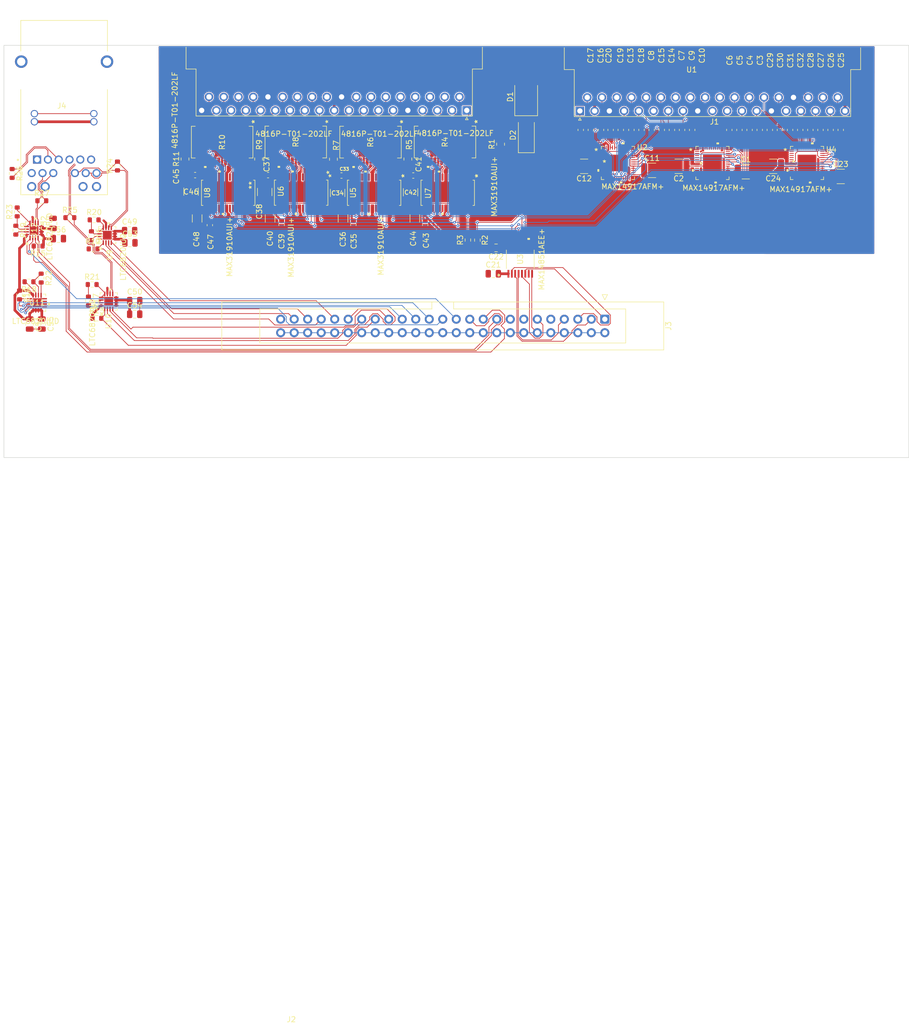
<source format=kicad_pcb>
(kicad_pcb (version 20211014) (generator pcbnew)
  (layers (0 "F.Cu" signal) (31 "B.Cu" power) (34 "B.Paste" user) (35 "F.Paste" user) (36 "B.SilkS" user "B.Silkscreen") (37 "F.SilkS" user "F.Silkscreen") (38 "B.Mask" user) (39 "F.Mask" user) (44 "Edge.Cuts" user))
  (net 0 "")
  (net 1 "/output channel 9-16/VL")
  (net 2 "GNDPWR")
  (net 3 "+24V")
  (net 4 "/output channel 9-16/OUT1")
  (net 5 "/output channel 9-16/OUT2")
  (net 6 "/output channel 9-16/OUT3")
  (net 7 "/output channel 9-16/OUT4")
  (net 8 "/output channel 9-16/OUT8")
  (net 9 "/output channel 9-16/OUT7")
  (net 10 "/output channel 9-16/OUT6")
  (net 11 "/output channel 9-16/OUT5")
  (net 12 "/output channel 17-24/VL")
  (net 13 "/output channel 17-24/OUT1")
  (net 14 "/output channel 17-24/OUT2")
  (net 15 "/output channel 17-24/OUT3")
  (net 16 "/output channel 17-24/OUT4")
  (net 17 "/output channel 17-24/OUT8")
  (net 18 "/output channel 17-24/OUT7")
  (net 19 "/output channel 17-24/OUT6")
  (net 20 "/output channel 17-24/OUT5")
  (net 21 "OUTPWR")
  (net 22 "+5VD")
  (net 23 "/IsoPWR")
  (net 24 "/output channel 1-8/VL")
  (net 25 "/output channel 1-8/OUT1")
  (net 26 "/output channel 1-8/OUT2")
  (net 27 "/output channel 1-8/OUT3")
  (net 28 "/output channel 1-8/OUT4")
  (net 29 "/output channel 1-8/OUT8")
  (net 30 "/output channel 1-8/OUT7")
  (net 31 "/output channel 1-8/OUT6")
  (net 32 "/output channel 1-8/OUT5")
  (net 33 "GNDD")
  (net 34 "/input channel 9-16/5VOUT")
  (net 35 "INPWR")
  (net 36 "/input channel 17-24/5VOUT")
  (net 37 "/CS")
  (net 38 "/input channel 25-32/5VOUT")
  (net 39 "Net-(R4-Pad9)")
  (net 40 "+3.3V")
  (net 41 "Net-(R4-Pad10)")
  (net 42 "Net-(R4-Pad11)")
  (net 43 "Net-(R4-Pad12)")
  (net 44 "Net-(R4-Pad13)")
  (net 52 "/Input connector/IN1")
  (net 53 "/Input connector/IN3")
  (net 54 "/Input connector/IN5")
  (net 55 "/Input connector/IN7")
  (net 56 "/Input connector/IN10")
  (net 57 "/Input connector/IN12")
  (net 58 "/Input connector/IN14")
  (net 59 "/Input connector/IN16")
  (net 60 "/Input connector/IN18")
  (net 61 "/Input connector/IN20")
  (net 62 "/Input connector/IN22")
  (net 63 "/Input connector/IN24")
  (net 64 "/Input connector/IN25")
  (net 65 "/Input connector/IN27")
  (net 66 "/Input connector/IN29")
  (net 67 "/Input connector/IN31")
  (net 68 "/Input connector/IN2")
  (net 69 "/Input connector/IN4")
  (net 70 "/Input connector/IN6")
  (net 71 "/Input connector/IN8")
  (net 72 "/Input connector/IN9")
  (net 73 "/Input connector/IN11")
  (net 74 "/Input connector/IN13")
  (net 75 "/Input connector/IN15")
  (net 76 "/Input connector/IN17")
  (net 77 "/Input connector/IN19")
  (net 78 "/Input connector/IN21")
  (net 79 "/Input connector/IN23")
  (net 80 "/Input connector/IN26")
  (net 81 "/Input connector/IN28")
  (net 82 "/Input connector/IN30")
  (net 83 "/Input connector/IN32")
  (net 84 "/FPGA Connector/SPI0.*CS")
  (net 85 "/FPGA Connector/SPI0.SDI")
  (net 86 "/FPGA Connector/SPI0.CLK")
  (net 87 "/FPGA Connector/SPI0.SDO")
  (net 88 "/FPGA Connector/ADDR")
  (net 89 "/I*FAULT")
  (net 90 "/FPGA Connector/MPGA")
  (net 91 "/FPGA Connector/MPGB")
  (net 92 "/FPGA Connector/SPI1.*CS")
  (net 93 "/FPGA Connector/SPI1.SDI")
  (net 94 "/FPGA Connector/SPI1.CLK")
  (net 95 "/FPGA Connector/SPI1.SDO")
  (net 96 "/FPGA Connector/SPI2.*CS")
  (net 97 "/FPGA Connector/SPI2.SDI")
  (net 98 "/FPGA Connector/SPI2.CLK")
  (net 99 "/FPGA Connector/SPI2.SDO")
  (net 100 "/FPGA Connector/SPI3.*CS")
  (net 101 "/FPGA Connector/SPI3.SDI")
  (net 102 "/FPGA Connector/SPI3.CLK")
  (net 103 "/FPGA Connector/SPI3.SDO")
  (net 104 "/FPGA Connector/SPI4.*CS")
  (net 105 "/FPGA Connector/SPI4.SDI")
  (net 106 "/FPGA Connector/SPI4.CLK")
  (net 107 "/FPGA Connector/SPI4.SDO")
  (net 108 "Earth")
  (net 109 "/RJ45 extension/TRD3-")
  (net 110 "/RJ45 extension/TRD3+")
  (net 112 "/RJ45 extension/TRD2+")
  (net 113 "/RJ45 extension/TRD2-")
  (net 120 "/RJ45 extension/TRD4+")
  (net 121 "/RJ45 extension/TRD4-")
  (net 123 "/RJ45 extension/TRD1-")
  (net 124 "/RJ45 extension/TRD1+")
  (net 125 "Net-(R4-Pad14)")
  (net 126 "Net-(R4-Pad15)")
  (net 127 "Net-(R4-Pad16)")
  (net 128 "Net-(R6-Pad9)")
  (net 129 "Net-(R5-Pad2)")
  (net 130 "Net-(R6-Pad10)")
  (net 131 "Net-(R7-Pad2)")
  (net 132 "Net-(R6-Pad11)")
  (net 133 "Net-(R9-Pad2)")
  (net 134 "Net-(R6-Pad12)")
  (net 135 "Net-(R11-Pad2)")
  (net 136 "Net-(R6-Pad13)")
  (net 137 "Net-(R6-Pad14)")
  (net 138 "Net-(R6-Pad15)")
  (net 139 "Net-(R16-Pad2)")
  (net 140 "Net-(R17-Pad2)")
  (net 141 "Net-(R18-Pad2)")
  (net 142 "Net-(R19-Pad2)")
  (net 143 "Net-(R6-Pad16)")
  (net 144 "Net-(R8-Pad9)")
  (net 145 "Net-(R8-Pad10)")
  (net 146 "Net-(R8-Pad11)")
  (net 147 "Net-(R8-Pad12)")
  (net 148 "Net-(R8-Pad13)")
  (net 149 "Net-(R8-Pad14)")
  (net 150 "Net-(R8-Pad15)")
  (net 151 "Net-(R8-Pad16)")
  (net 152 "Net-(R10-Pad9)")
  (net 153 "Net-(R10-Pad10)")
  (net 154 "Net-(R10-Pad11)")
  (net 155 "Net-(R10-Pad12)")
  (net 156 "Net-(R10-Pad13)")
  (net 157 "Net-(R10-Pad14)")
  (net 158 "Net-(R10-Pad15)")
  (net 159 "Net-(R10-Pad16)")
  (net 160 "Net-(R16-Pad1)")
  (net 161 "Net-(R17-Pad1)")
  (net 162 "Net-(R18-Pad1)")
  (net 163 "Net-(R19-Pad1)")
  (net 171 "/*FAULT")
  (net 184 "/CLK")
  (net 185 "/output channel 1-8/SDO")
  (net 186 "/output channel 17-24/SDI")
  (net 201 "/SDO")
  (net 206 "/SDI")
  (net 214 "/input channel 17-24/SDI")
  (net 215 "/input channel 1-8/SDO")
  (net 216 "/input channel 17-24/SDO")
  (footprint "Capacitor_SMD:C_0603_1608Metric" (layer "F.Cu") (at 196.215 40.145 -90)
    (fp_text reference "C6")
    (fp_text value "<-10nF")
  )
  (footprint "Capacitor_SMD:C_0603_1608Metric" (layer "F.Cu") (at 207.645 40.145 -90)
    (fp_text reference "C31")
    (fp_text value "10nF")
  )
  (footprint "Maxim industrial IO:4816P" (layer "F.Cu") (at 100.838 42.44 -90)
    (fp_text reference "R10")
    (fp_text value "4816P-T01-202LF")
  )
  (footprint "Capacitor_SMD:C_0805_2012Metric" (layer "F.Cu") (at 70.043 60.579)
    (fp_text reference "C56")
    (fp_text value "100nF")
  )
  (footprint "Capacitor_SMD:C_0603_1608Metric" (layer "F.Cu") (at 217.17 40.145 -90)
    (fp_text reference "C25")
    (fp_text value "10nF")
  )
  (footprint "Capacitor_SMD:C_0603_1608Metric" (layer "F.Cu") (at 215.265 40.145 -90)
    (fp_text reference "C26")
    (fp_text value "10nF")
  )
  (footprint "Capacitor_SMD:C_1210_3225Metric" (layer "F.Cu") (at 168.91 46.99 180)
    (fp_text reference "C12")
    (fp_text value "10uF")
  )
  (footprint "Capacitor_SMD:C_0603_1608Metric" (layer "F.Cu") (at 112.02 58.02 -90)
    (fp_text reference "C39")
    (fp_text value "100nF 10V C")
  )
  (footprint "Maxim industrial IO:LTC6820IUD" (layer "F.Cu") (at 65.468 59.055 90)
    (fp_text reference "U12")
    (fp_text value "LTC6820IUD")
  )
  (footprint "Capacitor_SMD:C_0603_1608Metric" (layer "F.Cu") (at 136.78 48.72 180)
    (fp_text reference "C41")
    (fp_text value "100nF 100V ceramic")
  )
  (footprint "Capacitor_SMD:C_0805_2012Metric" (layer "F.Cu") (at 152.35 62.33 180)
    (fp_text reference "C22")
    (fp_text value "0.1uF")
  )
  (footprint "Maxim industrial IO:4816P" (layer "F.Cu") (at 114.681 42.418 -90)
    (fp_text reference "R8")
    (fp_text value "4816P-T01-202LF")
  )
  (footprint "Resistor_SMD:R_0603_1608Metric" (layer "F.Cu") (at 147.05 60.85 90)
    (fp_text reference "R3")
    (fp_text value "3.3k")
  )
  (footprint "Resistor_SMD:R_0603_1608Metric" (layer "F.Cu") (at 76.396 69.215)
    (fp_text reference "R21")
    (fp_text value "1.21kR")
  )
  (footprint "Resistor_SMD:R_0603_1608Metric" (layer "F.Cu") (at 76.258 60.04 -90)
    (fp_text reference "R16")
    (fp_text value "2.8kR")
  )
  (footprint "Capacitor_SMD:C_0603_1608Metric" (layer "F.Cu") (at 185.42 40.145 -90)
    (fp_text reference "C7")
    (fp_text value "10nF")
  )
  (footprint "Resistor_SMD:R_0603_1608Metric" (layer "F.Cu") (at 148.84 60.87 -90)
    (fp_text reference "R2")
    (fp_text value "3.3k")
  )
  (footprint "Maxim industrial IO:MAX31910AUI&plus_" (layer "F.Cu") (at 129.42 51.96 -90)
    (fp_text reference "U5")
    (fp_text value "MAX31910AUI+")
  )
  (footprint "Diode_SMD:D_SMB" (layer "F.Cu") (at 158.01 33.92 90)
    (fp_text reference "D1")
    (fp_text value "SM6T36A")
  )
  (footprint "Resistor_SMD:R_0603_1608Metric" (layer "F.Cu") (at 64.516 68.702 180)
    (fp_text reference "R18")
    (fp_text value "2.8kR")
  )
  (footprint "Capacitor_SMD:C_0805_2012Metric" (layer "F.Cu") (at 64.643 76.642 -90)
    (fp_text reference "C51")
    (fp_text value "100nF")
  )
  (footprint "Capacitor_SMD:C_1210_3225Metric" (layer "F.Cu") (at 122.555 51.992 -90)
    (fp_text reference "C34")
    (fp_text value "10uF 60V ceramic")
  )
  (footprint "Capacitor_SMD:C_0603_1608Metric" (layer "F.Cu") (at 203.835 40.145 -90)
    (fp_text reference "C29")
    (fp_text value "10nF")
  )
  (footprint "Maxim industrial IO:MAX31910AUI&plus_" (layer "F.Cu") (at 101.981 51.96 -90)
    (fp_text reference "U8")
    (fp_text value "MAX31910AUI+")
  )
  (footprint "Capacitor_SMD:C_1210_3225Metric" (layer "F.Cu") (at 204.47 46.99 180)
    (fp_text reference "C24")
    (fp_text value "10uF")
  )
  (footprint "Resistor_SMD:R_0805_2012Metric" (layer "F.Cu") (at 93.853 45.6165 -90)
    (fp_text reference "R11")
    (fp_text value "15k")
  )
  (footprint "Maxim industrial IO:MAX31910AUI&plus_" (layer "F.Cu") (at 143.256 51.96 -90)
    (fp_text reference "U7")
    (fp_text value "MAX31910AUI+")
  )
  (footprint "Maxim industrial IO:LTC6820IUD" (layer "F.Cu") (at 79.507 72.39 90)
    (fp_text reference "U10")
    (fp_text value "LTC6820IUD")
  )
  (footprint "Resistor_SMD:R_0603_1608Metric" (layer "F.Cu") (at 62.039 58.992 -90)
    (fp_text reference "R19")
    (fp_text value "2.8kR")
  )
  (footprint "Maxim industrial IO:4816P" (layer "F.Cu") (at 142.748 42.418 -90)
    (fp_text reference "R4")
    (fp_text value "4816P-T01-202LF")
  )
  (footprint "Resistor_SMD:R_0805_2012Metric" (layer "F.Cu") (at 135.763 45.6165 -90)
    (fp_text reference "R5")
    (fp_text value "15k")
  )
  (footprint "Resistor_SMD:R_0603_1608Metric" (layer "F.Cu") (at 61.341 48.324 -90)
    (fp_text reference "R26")
    (fp_text value "120R")
  )
  (footprint "Capacitor_SMD:C_0603_1608Metric" (layer "F.Cu") (at 200.025 40.145 -90)
    (fp_text reference "C4")
    (fp_text value "10nF")
  )
  (footprint "Resistor_SMD:R_0603_1608Metric" (layer "F.Cu") (at 81.153 46.927 90)
    (fp_text reference "R24")
    (fp_text value "120R")
  )
  (footprint "Capacitor_SMD:C_0603_1608Metric" (layer "F.Cu") (at 198.12 40.145 -90)
    (fp_text reference "C5")
    (fp_text value "10nF")
  )
  (footprint "Resistor_SMD:R_0603_1608Metric" (layer "F.Cu") (at 77.285 75.565)
    (fp_text reference "R13")
    (fp_text value "2kR")
  )
  (footprint "Capacitor_SMD:C_0805_2012Metric" (layer "F.Cu") (at 84.394 74.803)
    (fp_text reference "C54")
    (fp_text value "100nF")
  )
  (footprint "Resistor_SMD:R_0805_2012Metric" (layer "F.Cu") (at 121.77 45.65 -90)
    (fp_text reference "R7")
    (fp_text value "15k")
  )
  (footprint "Resistor_SMD:R_0603_1608Metric" (layer "F.Cu") (at 66.929 53.467)
    (fp_text reference "R27")
    (fp_text value "120R")
  )
  (footprint "Capacitor_SMD:C_0603_1608Metric" (layer "F.Cu") (at 213.36 40.145 -90)
    (fp_text reference "C27")
    (fp_text value "10nF")
  )
  (footprint "Capacitor_SMD:C_0603_1608Metric" (layer "F.Cu") (at 209.55 40.145 -90)
    (fp_text reference "C32")
    (fp_text value "10nF")
  )
  (footprint "Connector_IDC:IDC-Header_2x25_P2.54mm_Latch_Vertical" (layer "F.Cu") (at 172.805 75.7375 -90)
    (fp_text reference "J3")
    (fp_text value "Conn_02x25_Odd_Even")
  )
  (footprint "Resistor_SMD:R_0603_1608Metric" (layer "F.Cu") (at 75.697 72.327 -90)
    (fp_text reference "R17")
    (fp_text value "2.8kR")
  )
  (footprint "Resistor_SMD:R_0603_1608Metric" (layer "F.Cu") (at 76.766 57.056)
    (fp_text reference "R20")
    (fp_text value "1.21kR")
  )
  (footprint "Capacitor_SMD:C_1210_3225Metric" (layer "F.Cu") (at 181.688 47.752)
    (fp_text reference "C11")
    (fp_text value "1uF")
  )
  (footprint "Capacitor_SMD:C_0603_1608Metric" (layer "F.Cu") (at 177.8 40.145 -90)
    (fp_text reference "C18")
    (fp_text value "10nF")
  )
  (footprint "Capacitor_SMD:C_0603_1608Metric" (layer "F.Cu") (at 175.8 40.145 -90)
    (fp_text reference "C13")
    (fp_text value "10nF")
  )
  (footprint "Capacitor_SMD:C_1206_3216Metric" (layer "F.Cu") (at 123.57 56.79 -90)
    (fp_text reference "C36")
    (fp_text value "4.7uF 10V lowESR")
  )
  (footprint "Capacitor_SMD:C_0603_1608Metric" (layer "F.Cu") (at 201.93 40.145 -90)
    (fp_text reference "C3")
    (fp_text value "10nF")
  )
  (footprint "Resistor_SMD:R_0603_1608Metric" (layer "F.Cu") (at 62.738 71.179 -90)
    (fp_text reference "R14")
    (fp_text value "2kR")
  )
  (footprint "Capacitor_SMD:C_0805_2012Metric" (layer "F.Cu") (at 151.831 67.183)
    (fp_text reference "C21")
    (fp_text value "0.1uF")
  )
  (footprint "Capacitor_SMD:C_1210_3225Metric" (layer "F.Cu") (at 108.839 51.816 -90)
    (fp_text reference "C38")
    (fp_text value "10uF 60V ceramic")
  )
  (footprint "Capacitor_SMD:C_0603_1608Metric" (layer "F.Cu") (at 187.325 40.145 -90)
    (fp_text reference "C9")
    (fp_text value "10nF")
  )
  (footprint "Capacitor_SMD:C_0805_2012Metric" (layer "F.Cu") (at 84.399 72.263)
    (fp_text reference "C50")
    (fp_text value "100nF")
  )
  (footprint "Maxim industrial IO:MAX14917AFM&plus_" (layer "F.Cu") (at 193.04 46.355)
    (fp_text reference "U1")
    (fp_text value "MAX14917AFM+")
  )
  (footprint "Capacitor_SMD:C_0603_1608Metric" (layer "F.Cu") (at 173.895 40.145 -90)
    (fp_text reference "C19")
    (fp_text value "10nF")
  )
  (footprint "Capacitor_SMD:C_1210_3225Metric" (layer "F.Cu") (at 186.69 46.99 180)
    (fp_text reference "C2")
    (fp_text value "10uF")
  )
  (footprint "Capacitor_SMD:C_0603_1608Metric" (layer "F.Cu") (at 125.52 58.02 -90)
    (fp_text reference "C35")
    (fp_text value "100nF 10V C")
  )
  (footprint "Capacitor_SMD:C_0603_1608Metric" (layer "F.Cu") (at 172.085 40.145 -90)
    (fp_text reference "C20")
    (fp_text value "10nF")
  )
  (footprint "Capacitor_SMD:C_1206_3216Metric" (layer "F.Cu") (at 137.07 56.79 -90)
    (fp_text reference "C44")
    (fp_text value "4.7uF 10V lowESR")
  )
  (footprint "Capacitor_SMD:C_1210_3225Metric" (layer "F.Cu") (at 217.17 48.895)
    (fp_text reference "C23")
    (fp_text value "1uF")
  )
  (footprint "Connector_Dsub:DSUB-37_Female_Horizontal_P2.77x2.54mm_EdgePinOffset9.40mm" (layer "F.Cu") (at 168.115 36.570331 180)
    (fp_text reference "J1")
    (fp_text value "DB37_Female")
  )
  (footprint "Capacitor_SMD:C_0603_1608Metric" (layer "F.Cu") (at 205.74 40.145 -90)
    (fp_text reference "C30")
    (fp_text value "10nF")
  )
  (footprint "Capacitor_SMD:C_0603_1608Metric" (layer "F.Cu") (at 139.02 58.02 -90)
    (fp_text reference "C43")
    (fp_text value "100nF 10V C")
  )
  (footprint "Capacitor_SMD:C_0603_1608Metric" (layer "F.Cu") (at 211.455 40.145 -90)
    (fp_text reference "C28")
    (fp_text value "10nF")
  )
  (footprint "Maxim industrial IO:MAX14851AEE&plus_" (layer "F.Cu") (at 156.9 64.47 90)
    (fp_text reference "U3")
    (fp_text value "MAX14851AEE+")
  )
  (footprint "Capacitor_SMD:C_0603_1608Metric" (layer "F.Cu") (at 181.61 40.145 -90)
    (fp_text reference "C15")
    (fp_text value "10nF")
  )
  (footprint "Resistor_SMD:R_0603_1608Metric" (layer "F.Cu") (at 72.2 56.642)
    (fp_text reference "R25")
    (fp_text value "120R")
  )
  (footprint "Capacitor_SMD:C_0805_2012Metric" (layer "F.Cu") (at 66.929 76.642 -90)
    (fp_text reference "C55")
    (fp_text value "100nF")
  )
  (footprint "Capacitor_SMD:C_0603_1608Metric" (layer "F.Cu") (at 179.705 40.145 -90)
    (fp_text reference "C8")
    (fp_text value "10nF")
  )
  (footprint "Connector_Dsub:DSUB-37_Male_Horizontal_P2.77x2.54mm_EdgePinOffset9.40mm" (layer "F.Cu") (at 146.845 36.470331 180)
    (fp_text reference "J2")
    (fp_text value "DB37_Male")
  )
  (footprint "Resistor_SMD:R_0603_1608Metric" (layer "F.Cu") (at 76.576 62.517)
    (fp_text reference "R12")
    (fp_text value "2kR")
  )
  (footprint "Capacitor_SMD:C_0805_2012Metric" (layer "F.Cu") (at 83.436 59.088)
    (fp_text reference "C49")
    (fp_text value "100nF")
  )
  (footprint "Capacitor_SMD:C_0603_1608Metric" (layer "F.Cu") (at 170.18 40.145 -90)
    (fp_text reference "C16")
    (fp_text value "10nF")
  )
  (footprint "Capacitor_SMD:C_1210_3225Metric" (layer "F.Cu") (at 136.271 51.865 -90)
    (fp_text reference "C42")
    (fp_text value "10uF 60V ceramic")
  )
  (footprint "Resistor_SMD:R_0603_1608Metric" (layer "F.Cu") (at 62.293 55.563 90)
    (fp_text reference "R23")
    (fp_text value "1.21kR")
  )
  (footprint "Capacitor_SMD:C_0805_2012Metric" (layer "F.Cu") (at 69.024 57.719 90)
    (fp_text reference "C52")
    (fp_text value "100nF")
  )
  (footprint "Capacitor_SMD:C_0603_1608Metric" (layer "F.Cu") (at 189.23 40.145 -90)
    (fp_text reference "C10")
    (fp_text value "10nF")
  )
  (footprint "Maxim industrial IO:MAX31910AUI&plus_" (layer "F.Cu") (at 115.697 51.943 -90)
    (fp_text reference "U6")
    (fp_text value "MAX31910AUI+")
  )
  (footprint "Maxim industrial IO:LTC6820IUD" (layer "F.Cu") (at 79.242 59.938 90)
    (fp_text reference "U9")
    (fp_text value "LTC6820IUD")
  )
  (footprint "Capacitor_SMD:C_0805_2012Metric" (layer "F.Cu") (at 83.497 61.374)
    (fp_text reference "C53")
    (fp_text value "100nF")
  )
  (footprint "Maxim industrial IO:MAX14917AFM&plus_" (layer "F.Cu") (at 175.26 46.355)
    (fp_text reference "U2")
    (fp_text value "MAX14917AFM+")
  )
  (footprint "Capacitor_SMD:C_0603_1608Metric" (layer "F.Cu") (at 123.28 48.72 180)
    (fp_text reference "C33")
    (fp_text value "100nF 100V ceramic")
  )
  (footprint "Capacitor_SMD:C_0603_1608Metric" (layer "F.Cu") (at 109.474 48.641 180)
    (fp_text reference "C37")
    (fp_text value "100nF 100V ceramic")
  )
  (footprint "Capacitor_SMD:C_0603_1608Metric" (layer "F.Cu") (at 98.52 58.052 -90)
    (fp_text reference "C47")
    (fp_text value "100nF 10V C")
  )
  (footprint "Maxim industrial IO:LTC6820IUD" (layer "F.Cu") (at 66.04 72.639)
    (fp_text reference "U11")
    (fp_text value "LTC6820IUD")
  )
  (footprint "Maxim industrial IO:MAX14917AFM&plus_" (layer "F.Cu") (at 210.82 46.355)
    (fp_text reference "U4")
    (fp_text value "MAX14917AFM+")
  )
  (footprint "Resistor_SMD:R_0805_2012Metric" (layer "F.Cu") (at 153.2 42.83 90)
    (fp_text reference "R1")
    (fp_text value "150R")
  )
  (footprint "Resistor_SMD:R_0603_1608Metric" (layer "F.Cu") (at 66.23 61.976 180)
    (fp_text reference "R15")
    (fp_text value "2kR")
  )
  (footprint "Diode_SMD:D_MELF" (layer "F.Cu") (at 158.04 41.13 90)
    (fp_text reference "D2")
    (fp_text value "1N4007")
  )
  (footprint "Capacitor_SMD:C_1206_3216Metric" (layer "F.Cu") (at 109.855 56.79 -90)
    (fp_text reference "C40")
    (fp_text value "4.7uF 10V lowESR")
  )
  (footprint "Maxim industrial IO:BEL_0826-1X1T-GH-F" (layer "F.Cu") (at 71.12 30.48)
    (fp_text reference "J4")
    (fp_text value "0826-1X1T-GH-F")
  )
  (footprint "Capacitor_SMD:C_1210_3225Metric" (layer "F.Cu") (at 94.996 51.75 -90)
    (fp_text reference "C46")
    (fp_text value "10uF 60V ceramic")
  )
  (footprint "Capacitor_SMD:C_0603_1608Metric" (layer "F.Cu") (at 95.758 48.641 180)
    (fp_text reference "C45")
    (fp_text value "100nF 100V ceramic")
  )
  (footprint "Resistor_SMD:R_0805_2012Metric" (layer "F.Cu") (at 107.696 45.6165 -90)
    (fp_text reference "R9")
    (fp_text value "15k")
  )
  (footprint "Capacitor_SMD:C_0603_1608Metric" (layer "F.Cu") (at 183.515 40.145 -90)
    (fp_text reference "C14")
    (fp_text value "10nF")
  )
  (footprint "Maxim industrial IO:4816P" (layer "F.Cu") (at 128.74 42.44 -90)
    (fp_text reference "R6")
    (fp_text value "4816P-T01-202LF")
  )
  (footprint "Resistor_SMD:R_0603_1608Metric" (layer "F.Cu") (at 66.802 68.004 -90)
    (fp_text reference "R22")
    (fp_text value "1.21kR")
  )
  (footprint "Capacitor_SMD:C_1206_3216Metric" (layer "F.Cu") (at 96.139 56.79 -90)
    (fp_text reference "C48")
    (fp_text value "4.7uF 10V lowESR")
  )
  (footprint "Capacitor_SMD:C_0603_1608Metric" (layer "F.Cu") (at 168.275 40.145 -90)
    (fp_text reference "C17")
    (fp_text value "10nF->")
  )
  (footprint "Capacitor_SMD:C_1210_3225Metric" (layer "F.Cu") (at 199.312 48.006)
    (fp_text reference "C1")
    (fp_text value "1uF")
  )
  (gr_rect (start 229.97 101.75) (end 59.8 24.24) (layer "Edge.Cuts") (width 0.1) (fill none))
  (segment (start 197.549999 47.355001) (end 197.915 46.99) (width 0.127) (layer "F.Cu") (net 1))
  (segment (start 195.240001 45.122422) (end 195.472578 45.354999) (width 0.127) (layer "F.Cu") (net 1))
  (segment (start 195.240001 43.4618) (end 195.240001 44.408999) (width 0.127) (layer "F.Cu") (net 1))
  (segment (start 195.9332 46.954999) (end 195.9332 47.355001) (width 0.127) (layer "F.Cu") (net 1))
  (segment (start 190.1468 46.155) (end 190.677799 46.155) (width 0.127) (layer "F.Cu") (net 1))
  (segment (start 195.9332 48.555001) (end 196.349999 48.555001) (width 0.127) (layer "F.Cu") (net 1))
  (segment (start 197.33566 45.221611) (end 197.726271 44.831) (width 0.127) (layer "F.Cu") (net 1))
  (segment (start 196.349999 48.555001) (end 197.915 46.99) (width 0.127) (layer "F.Cu") (net 1))
  (segment (start 195.472578 45.354999) (end 195.9332 45.354999) (width 0.127) (layer "F.Cu") (net 1))
  (segment (start 195.240001 44.408999) (end 195.240001 45.122422) (width 0.127) (layer "F.Cu") (net 1))
  (segment (start 197.726271 44.831) (end 198.374 44.831) (width 0.127) (layer "F.Cu") (net 1))
  (segment (start 198.374 44.831) (end 198.374 46.531) (width 0.127) (layer "F.Cu") (net 1))
  (segment (start 190.677799 46.155) (end 190.881 45.951799) (width 0.127) (layer "F.Cu") (net 1))
  (segment (start 191.176001 44.408999) (end 195.240001 44.408999) (width 0.127) (layer "F.Cu") (net 1))
  (segment (start 195.9332 47.755) (end 195.9332 47.355001) (width 0.127) (layer "F.Cu") (net 1))
  (segment (start 195.9332 45.354999) (end 196.066588 45.221611) (width 0.127) (layer "F.Cu") (net 1))
  (segment (start 190.881 44.704) (end 191.176001 44.408999) (width 0.127) (layer "F.Cu") (net 1))
  (segment (start 195.9332 47.355001) (end 197.549999 47.355001) (width 0.127) (layer "F.Cu") (net 1))
  (segment (start 190.881 45.951799) (end 190.881 44.704) (width 0.127) (layer "F.Cu") (net 1))
  (segment (start 196.066588 45.221611) (end 197.33566 45.221611) (width 0.127) (layer "F.Cu") (net 1))
  (segment (start 198.374 46.531) (end 197.915 46.99) (width 0.127) (layer "F.Cu") (net 1))
  (segment (start 191.008 42.545) (end 189.383 40.92) (width 0.5) (layer "F.Cu") (net 2))
  (segment (start 185.42 40.92) (end 187.325 40.92) (width 0.5) (layer "F.Cu") (net 2))
  (segment (start 93.853 44.898022) (end 96.295989 47.341011) (width 0.127) (layer "F.Cu") (net 2))
  (segment (start 191.240001 42.777001) (end 191.008 42.545) (width 0.2) (layer "F.Cu") (net 2))
  (segment (start 98.14062 47.49) (end 99.056002 48.405382) (width 0.127) (layer "F.Cu") (net 2))
  (segment (start 172.95952 37.265811) (end 173.655 36.570331) (width 0.5) (layer "F.Cu") (net 2))
  (segment (start 202.92 40.92) (end 203.835 40.92) (width 0.5) (layer "F.Cu") (net 2))
  (segment (start 203.835 40.92) (end 205.74 40.92) (width 0.5) (layer "F.Cu") (net 2))
  (segment (start 96.444978 47.49) (end 98.14062 47.49) (width 0.127) (layer "F.Cu") (net 2))
  (segment (start 191.240001 43.4618) (end 191.240001 42.777001) (width 0.2) (layer "F.Cu") (net 2))
  (segment (start 187.325 40.92) (end 189.23 40.92) (width 0.5) (layer "F.Cu") (net 2))
  (segment (start 179.705 40.92) (end 181.61 40.92) (width 0.5) (layer "F.Cu") (net 2))
  (segment (start 189.383 40.92) (end 189.23 40.92) (width 0.5) (layer "F.Cu") (net 2))
  (segment (start 201.93 40.92) (end 202.92 40.92) (width 0.5) (layer "F.Cu") (net 2))
  (segment (start 202.995 46.99) (end 202.995 40.995) (width 0.5) (layer "F.Cu") (net 2))
  (segment (start 170.18 40.92) (end 172.085 40.92) (width 0.5) (layer "F.Cu") (net 2))
  (segment (start 205.74 40.92) (end 207.645 40.92) (width 0.5) (layer "F.Cu") (net 2))
  (segment (start 196.215 40.92) (end 198.12 40.92) (width 0.5) (layer "F.Cu") (net 2))
  (segment (start 96.282989 47.341011) (end 96.295989 47.341011) (width 0.2) (layer "F.Cu") (net 2))
  (segment (start 173.895 40.92) (end 173.895 40.789164) (width 0.5) (layer "F.Cu") (net 2))
  (segment (start 181.61 40.92) (end 183.515 40.92) (width 0.5) (layer "F.Cu") (net 2))
  (segment (start 172.95952 39.853684) (end 172.95952 37.265811) (width 0.5) (layer "F.Cu") (net 2))
  (segment (start 200.865 46.99) (end 202.995 46.99) (width 0.5) (layer "F.Cu") (net 2))
  (segment (start 177.8 40.92) (end 179.705 40.92) (width 0.5) (layer "F.Cu") (net 2))
  (segment (start 173.895 40.789164) (end 172.95952 39.853684) (width 0.5) (layer "F.Cu") (net 2))
  (segment (start 185.215 46.99) (end 183.085 46.99) (width 0.5) (layer "F.Cu") (net 2))
  (segment (start 183.515 40.92) (end 185.42 40.92) (width 0.5) (layer "F.Cu") (net 2))
  (segment (start 96.295989 47.341011) (end 96.444978 47.49) (width 0.127) (layer "F.Cu") (net 2))
  (segment (start 94.983 48.641) (end 96.282989 47.341011) (width 0.2) (layer "F.Cu") (net 2))
  (segment (start 93.853 44.704) (end 93.853 44.898022) (width 0.127) (layer "F.Cu") (net 2))
  (segment (start 202.995 40.995) (end 202.92 40.92) (width 0.5) (layer "F.Cu") (net 2))
  (segment (start 99.056002 48.405382) (end 99.056002 49.035452) (width 0.127) (layer "F.Cu") (net 2))
  (segment (start 171.15102 32.42998) (end 170.373518 33.207482) (width 0.5) (layer "F.Cu") (net 3))
  (segment (start 158.04 38.73) (end 158.04 36.1) (width 0.5) (layer "F.Cu") (net 3))
  (segment (start 158.04 36.1) (end 158.01 36.07) (width 0.5) (layer "F.Cu") (net 3))
  (segment (start 170.885 36.570331) (end 170.885 33.718965) (width 0.5) (layer "F.Cu") (net 3))
  (segment (start 121.915 36.470331) (end 121.915 33.618965) (width 0.5) (layer "F.Cu") (net 3))
  (segment (start 170.885 33.718965) (end 169.932035 32.766) (width 0.5) (layer "F.Cu") (net 3))
  (segment (start 121.915 33.618965) (end 122.803145 32.73082) (width 0.5) (layer "F.Cu") (net 3))
  (segment (start 217.975 33.718965) (end 216.686015 32.42998) (width 0.5) (layer "F.Cu") (net 3))
  (segment (start 216.686015 32.42998) (end 171.15102 32.42998) (width 0.5) (layer "F.Cu") (net 3))
  (segment (start 165.608 32.766) (end 162.304 36.07) (width 0.5) (layer "F.Cu") (net 3))
  (segment (start 162.304 36.07) (end 158.01 36.07) (width 0.5) (layer "F.Cu") (net 3))
  (segment (start 154.67082 32.73082) (end 158.01 36.07) (width 0.5) (layer "F.Cu") (net 3))
  (segment (start 122.803145 32.73082) (end 154.67082 32.73082) (width 0.5) (layer "F.Cu") (net 3))
  (segment (start 217.975 36.570331) (end 217.975 33.718965) (width 0.5) (layer "F.Cu") (net 3))
  (segment (start 169.932035 32.766) (end 165.608 32.766) (width 0.5) (layer "F.Cu") (net 3))
  (segment (start 201.355 38.795) (end 201.355 36.570331) (width 0.127) (layer "F.Cu") (net 4))
  (segment (start 191.64 49.2482) (end 192.039999 49.2482) (width 0.127) (layer "F.Cu") (net 4))
  (segment (start 201.93 39.37) (end 201.355 38.795) (width 0.127) (layer "F.Cu") (net 4))
  (segment (start 193.31384 51.05304) (end 198.098492 51.05304) (width 0.127) (layer "F.Cu") (net 4))
  (segment (start 198.098492 51.05304) (end 199.64352 49.508012) (width 0.127) (layer "F.Cu") (net 4))
  (segment (start 192.039999 49.2482) (end 192.039999 49.779199) (width 0.127) (layer "F.Cu") (net 4))
  (segment (start 192.039999 49.779199) (end 193.31384 51.05304) (width 0.127) (layer "F.Cu") (net 4))
  (segment (start 199.64352 49.508012) (end 199.64352 42.41848) (width 0.127) (layer "F.Cu") (net 4))
  (segment (start 201.24198 40.82002) (end 201.24198 40.05802) (width 0.127) (layer "F.Cu") (net 4))
  (segment (start 201.24198 40.05802) (end 201.93 39.37) (width 0.127) (layer "F.Cu") (net 4))
  (segment (start 199.64352 42.41848) (end 201.24198 40.82002) (width 0.127) (layer "F.Cu") (net 4))
  (segment (start 193.860321 50.79952) (end 197.99348 50.79952) (width 0.127) (layer "F.Cu") (net 5))
  (segment (start 197.99348 50.79952) (end 199.39 49.403) (width 0.127) (layer "F.Cu") (net 5))
  (segment (start 199.39 49.403) (end 199.39 41.786587) (width 0.127) (layer "F.Cu") (net 5))
  (segment (start 199.33698 41.733567) (end 199.33698 40.05802) (width 0.127) (layer "F.Cu") (net 5))
  (segment (start 192.84 49.779199) (end 193.860321 50.79952) (width 0.127) (layer "F.Cu") (net 5))
  (segment (start 199.97 39.315) (end 199.97 34.030331) (width 0.127) (layer "F.Cu") (net 5))
  (segment (start 199.39 41.786587) (end 199.33698 41.733567) (width 0.127) (layer "F.Cu") (net 5))
  (segment (start 199.33698 40.05802) (end 200.025 39.37) (width 0.127) (layer "F.Cu") (net 5))
  (segment (start 200.025 39.37) (end 199.97 39.315) (width 0.127) (layer "F.Cu") (net 5))
  (segment (start 192.84 49.2482) (end 192.84 49.779199) (width 0.127) (layer "F.Cu") (net 5))
  (segment (start 192.440001 49.2482) (end 192.84 49.2482) (width 0.127) (layer "F.Cu") (net 5))
  (segment (start 193.639999 49.853531) (end 194.332468 50.546) (width 0.127) (layer "F.Cu") (net 6))
  (segment (start 198.80802 40.894) (end 198.80802 40.05802) (width 0.127) (layer "F.Cu") (net 6))
  (segment (start 199.009 41.09498) (end 198.80802 40.894) (width 0.127) (layer "F.Cu") (net 6))
  (segment (start 197.812769 50.546) (end 199.009 49.349769) (width 0.127) (layer "F.Cu") (net 6))
  (segment (start 194.332468 50.546) (end 197.812769 50.546) (width 0.127) (layer "F.Cu") (net 6))
  (segment (start 193.639999 49.2482) (end 193.639999 49.853531) (width 0.127) (layer "F.Cu") (net 6))
  (segment (start 198.12 39.37) (end 198.585 38.905) (width 0.127) (layer "F.Cu") (net 6))
  (segment (start 193.24 49.2482) (end 193.639999 49.2482) (width 0.127) (layer "F.Cu") (net 6))
  (segment (start 199.009 49.349769) (end 199.009 41.09498) (width 0.127) (layer "F.Cu") (net 6))
  (segment (start 198.80802 40.05802) (end 198.12 39.37) (width 0.127) (layer "F.Cu") (net 6))
  (segment (start 198.585 38.905) (end 198.585 36.570331) (width 0.127) (layer "F.Cu") (net 6))
  (segment (start 194.44 49.911) (end 194.44 49.2482) (width 0.127) (layer "F.Cu") (net 7))
  (segment (start 198.68002 49.22398) (end 197.615 50.289) (width 0.127) (layer "F.Cu") (net 7))
  (segment (start 197.2 38.385) (end 197.2 34.030331) (width 0.127) (layer "F.Cu") (net 7))
  (segment (start 198.68002 44.75602) (end 198.68002 49.22398) (width 0.127) (layer "F.Cu") (net 7))
  (segment (start 194.818 50.289) (end 194.44 49.911) (width 0.127) (layer "F.Cu") (net 7))
  (segment (start 195.453 41.529) (end 198.68002 44.75602) (width 0.127) (layer "F.Cu") (net 7))
  (segment (start 194.040001 49.2482) (end 194.44 49.2482) (width 0.127) (layer "F.Cu") (net 7))
  (segment (start 197.615 50.289) (end 194.818 50.289) (width 0.127) (layer "F.Cu") (net 7))
  (segment (start 196.215 39.37) (end 195.453 40.132) (width 0.127) (layer "F.Cu") (net 7))
  (segment (start 195.453 40.132) (end 195.453 41.529) (width 0.127) (layer "F.Cu") (net 7))
  (segment (start 196.215 39.37) (end 197.2 38.385) (width 0.127) (layer "F.Cu") (net 7))
  (segment (start 194.040001 43.4618) (end 194.040001 43.037001) (width 0.127) (layer "F.Cu") (net 8))
  (segment (start 185.725011 35.58032) (end 184.735 36.570331) (width 0.127) (layer "F.Cu") (net 8))
  (segment (start 188.595 36.260243) (end 187.915077 35.58032) (width 0.127) (layer "F.Cu") (net 8))
  (segment (start 194.040001 43.037001) (end 192.659 41.656) (width 0.127) (layer "F.Cu") (net 8))
  (segment (start 184.735 38.685) (end 184.735 36.570331) (width 0.127) (layer "F.Cu") (net 8))
  (segment (start 194.44 43.4618) (end 194.040001 43.4618) (width 0.127) (layer "F.Cu") (net 8))
  (segment (start 188.595 36.703) (end 188.595 36.260243) (width 0.127) (layer "F.Cu") (net 8))
  (segment (start 187.915077 35.58032) (end 185.725011 35.58032) (width 0.127) (layer "F.Cu") (net 8))
  (segment (start 192.659 40.767) (end 188.595 36.703) (width 0.127) (layer "F.Cu") (net 8))
  (segment (start 185.42 39.37) (end 184.735 38.685) (width 0.127) (layer "F.Cu") (net 8))
  (segment (start 192.659 41.656) (end 192.659 40.767) (width 0.127) (layer "F.Cu") (net 8))
  (segment (start 179.705 39.37) (end 179.195 38.86) (width 0.127) (layer "F.Cu") (net 9))
  (segment (start 193.24 42.930801) (end 193.24 43.4618) (width 0.127) (layer "F.Cu") (net 9))
  (segment (start 192.218719 41.90952) (end 193.24 42.930801) (width 0.127) (layer "F.Cu") (net 9))
  (segment (start 189.611 38.227) (end 192.218719 40.834719) (width 0.127) (layer "F.Cu") (net 9))
  (segment (start 187.945 38.227) (end 189.611 38.227) (width 0.127) (layer "F.Cu") (net 9))
  (segment (start 179.195 38.86) (end 179.195 36.570331) (width 0.127) (layer "F.Cu") (net 9))
  (segment (start 193.639999 43.4618) (end 193.24 43.4618) (width 0.127) (layer "F.Cu") (net 9))
  (segment (start 192.218719 40.834719) (end 192.218719 41.90952) (width 0.127) (layer "F.Cu") (net 9))
  (via (at 187.945 38.227) (size 0.5) (drill 0.2) (layers "F.Cu" "B.Cu") (net 9))
  (segment (start 181.128131 38.503462) (end 179.195 36.570331) (width 0.127) (layer "B.Cu") (net 9))
  (segment (start 187.668538 38.503462) (end 181.128131 38.503462) (width 0.127) (layer "B.Cu") (net 9))
  (segment (start 187.945 38.227) (end 187.668538 38.503462) (width 0.127) (layer "B.Cu") (net 9))
  (segment (start 189.755448 38.72998) (end 191.89604 40.870572) (width 0.127) (layer "F.Cu") (net 10))
  (segment (start 188.803074 38.735) (end 188.808094 38.72998) (width 0.127) (layer "F.Cu") (net 10))
  (segment (start 188.808094 38.72998) (end 189.755448 38.72998) (width 0.127) (layer "F.Cu") (net 10))
  (segment (start 187.325 39.37) (end 187.96 38.735) (width 0.127) (layer "F.Cu") (net 10))
  (segment (start 191.89604 42.16304) (end 192.440001 42.707001) (width 0.127) (layer "F.Cu") (net 10))
  (segment (start 187.505 39.19) (end 187.505 36.570331) (width 0.127) (layer "F.Cu") (net 10))
  (segment (start 192.84 43.4618) (end 192.440001 43.4618) (width 0.127) (layer "F.Cu") (net 10))
  (segment (start 187.96 38.735) (end 188.803074 38.735) (width 0.127) (layer "F.Cu") (net 10))
  (segment (start 192.440001 42.707001) (end 192.440001 43.4618) (width 0.127) (layer "F.Cu") (net 10))
  (segment (start 191.89604 40.870572) (end 191.89604 42.16304) (width 0.127) (layer "F.Cu") (net 10))
  (segment (start 187.325 39.37) (end 187.505 39.19) (width 0.127) (layer "F.Cu") (net 10))
  (segment (start 190.363531 35.3268) (end 184.5102 35.3268) (width 0.127) (layer "F.Cu") (net 11))
  (segment (start 185.245054 40.25698) (end 189.22798 40.25698) (width 0.127) (layer "F.Cu") (net 11))
  (segment (start 184.5102 35.3268) (end 183.744989 36.092011) (width 0.127) (layer "F.Cu") (net 11))
  (segment (start 191.66 34.030331) (end 190.363531 35.3268) (width 0.127) (layer "F.Cu") (net 11))
  (segment (start 184.75498 39.766906) (end 185.245054 40.25698) (width 0.127) (layer "F.Cu") (net 11))
  (segment (start 189.661433 40.25698) (end 191.64 42.235547) (width 0.127) (layer "F.Cu") (net 11))
  (segment (start 189.23 39.37) (end 189.23 40.25496) (width 0.127) (layer "F.Cu") (net 11))
  (segment (start 184.75498 39.497) (end 184.75498 39.766906) (width 0.127) (layer "F.Cu") (net 11))
  (segment (start 192.039999 43.4618) (end 191.64 43.4618) (width 0.127) (layer "F.Cu") (net 11))
  (segment (start 191.64 42.235547) (end 191.64 43.4618) (width 0.127) (layer "F.Cu") (net 11))
  (segment (start 189.23 40.25496) (end 189.22798 40.25698) (width 0.127) (layer "F.Cu") (net 11))
  (segment (start 183.744989 36.092011) (end 183.744989 38.487009) (width 0.127) (layer "F.Cu") (net 11))
  (segment (start 183.744989 38.487009) (end 184.75498 39.497) (width 0.127) (layer "F.Cu") (net 11))
  (segment (start 189.22798 40.25698) (end 189.661433 40.25698) (width 0.127) (layer "F.Cu") (net 11))
  (segment (start 177.460001 43.900999) (end 177.460001 43.4618) (width 0.127) (layer "F.Cu") (net 12))
  (segment (start 180.135 48.465) (end 180.135 46.99) (width 0.127) (layer "F.Cu") (net 12))
  (segment (start 178.1532 47.755) (end 178.1532 47.355001) (width 0.127) (layer "F.Cu") (net 12))
  (segment (start 178.1532 45.354999) (end 177.622201 45.354999) (width 0.127) (layer "F.Cu") (net 12))
  (segment (start 177.622201 45.354999) (end 177.215311 44.948109) (width 0.127) (layer "F.Cu") (net 12))
  (segment (start 177.215311 44.246311) (end 177.15181 44.18281) (width 0.127) (layer "F.Cu") (net 12))
  (segment (start 177.215311 44.948109) (end 177.215311 44.246311) (width 0.127) (layer "F.Cu") (net 12))
  (segment (start 178.1532 47.355001) (end 178.1532 46.954999) (width 0.127) (layer "F.Cu") (net 12))
  (segment (start 173.736869 44.18281) (end 177.17819 44.18281) (width 0.127) (layer "F.Cu") (net 12))
  (segment (start 177.55919 45.41801) (end 177.622201 45.354999) (width 0.127) (layer "F.Cu") (net 12))
  (segment (start 178.1532 48.555001) (end 180.044999 48.555001) (width 0.127) (layer "F.Cu") (net 12))
  (segment (start 173.047 44.872679) (end 173.736869 44.18281) (width 0.127) (layer "F.Cu") (net 12))
  (segment (start 177.17819 44.18281) (end 177.460001 43.900999) (width 0.127) (layer "F.Cu") (net 12))
  (segment (start 180.099999 46.954999) (end 180.135 46.99) (width 0.127) (layer "F.Cu") (net 12))
  (segment (start 172.3668 46.155) (end 173.047 46.155) (width 0.127) (layer "F.Cu") (net 12))
  (segment (start 178.1532 46.954999) (end 177.622201 46.954999) (width 0.127) (layer "F.Cu") (net 12))
  (segment (start 178.1532 46.954999) (end 180.099999 46.954999) (width 0.127) (layer "F.Cu") (net 12))
  (segment (start 180.044999 48.555001) (end 180.135 48.465) (width 0.127) (layer "F.Cu") (net 12))
  (segment (start 173.047 46.155) (end 173.047 44.872679) (width 0.127) (layer "F.Cu") (net 12))
  (segment (start 177.622201 46.954999) (end 177.55919 46.891988) (width 0.127) (layer "F.Cu") (net 12))
  (segment (start 177.55919 46.891988) (end 177.55919 45.41801) (width 0.127) (layer "F.Cu") (net 12))
  (segment (start 175.8 39.37) (end 175.06 40.11) (width 0.127) (layer "F.Cu") (net 13))
  (segment (start 175.8 39.37) (end 176.425 38.745) (width 0.127) (layer "F.Cu") (net 13))
  (segment (start 176.425 38.745) (end 176.425 36.570331) (width 0.127) (layer "F.Cu") (net 13))
  (segment (start 175.06 40.11) (end 175.06 42.58) (width 0.127) (layer "F.Cu") (net 13))
  (segment (start 173.86 48.78) (end 174.208504 48.431496) (width 0.127) (layer "F.Cu") (net 13))
  (segment (start 173.86 49.2482) (end 173.86 48.78) (width 0.127) (layer "F.Cu") (net 13))
  (segment (start 175.018527 48.431496) (end 174.208504 48.431496) (width 0.127) (layer "F.Cu") (net 13))
  (segment (start 173.86 49.2482) (end 174.259999 49.2482) (width 0.127) (layer "F.Cu") (net 13))
  (via (at 175.018527 48.431496) (size 0.5) (drill 0.2) (layers "F.Cu" "B.Cu") (net 13))
  (via (at 175.06 42.58) (size 0.5) (drill 0.2) (layers "F.Cu" "B.Cu") (net 13))
  (segment (start 175.06 42.58) (end 175.06 48.390023) (width 0.127) (layer "B.Cu") (net 13))
  (segment (start 175.06 48.390023) (end 175.018527 48.431496) (width 0.127) (layer "B.Cu") (net 13))
  (segment (start 174.98 49.3282) (end 175.06 49.2482) (width 0.127) (layer "F.Cu") (net 14))
  (segment (start 174.98 50.08) (end 174.98 49.3282) (width 0.127) (layer "F.Cu") (net 14))
  (segment (start 183.515 39.37) (end 183.35 39.205) (width 0.127) (layer "F.Cu") (net 14))
  (segment (start 182.626 39.751) (end 183.134 39.751) (width 0.127) (layer "F.Cu") (net 14))
  (segment (start 183.35 39.205) (end 183.35 34.030331) (width 0.127) (layer "F.Cu") (net 14))
  (segment (start 174.660001 49.2482) (end 175.06 49.2482) (width 0.127) (layer "F.Cu") (net 14))
  (segment (start 183.134 39.751) (end 183.515 39.37) (width 0.127) (layer "F.Cu") (net 14))
  (via (at 174.98 50.08) (size 0.5) (drill 0.2) (layers "F.Cu" "B.Cu") (net 14))
  (via (at 182.626 39.751) (size 0.5) (drill 0.2) (layers "F.Cu" "B.Cu") (net 14))
  (segment (start 177.37 48.41) (end 175.7 50.08) (width 0.127) (layer "B.Cu") (net 14))
  (segment (start 182.626 39.751) (end 182.626 40.513) (width 0.127) (layer "B.Cu") (net 14))
  (segment (start 177.37 45.769) (end 177.37 48.41) (width 0.127) (layer "B.Cu") (net 14))
  (segment (start 182.626 40.513) (end 177.37 45.769) (width 0.127) (layer "B.Cu") (net 14))
  (segment (start 175.7 50.08) (end 174.98 50.08) (width 0.127) (layer "B.Cu") (net 14))
  (segment (start 175.89 49.218199) (end 175.859999 49.2482) (width 0.127) (layer "F.Cu") (net 15))
  (segment (start 181.61 39.37) (end 180.58 38.34) (width 0.127) (layer "F.Cu") (net 15))
  (segment (start 180.58 38.34) (end 180.58 34.030331) (width 0.127) (layer "F.Cu") (net 15))
  (segment (start 180.721 39.497) (end 181.483 39.497) (width 0.127) (layer "F.Cu") (net 15))
  (segment (start 175.46 49.2482) (end 175.859999 49.2482) (width 0.127) (layer "F.Cu") (net 15))
  (segment (start 181.483 39.497) (end 181.61 39.37) (width 0.127) (layer "F.Cu") (net 15))
  (segment (start 175.89 48.4) (end 175.89 49.218199) (width 0.127) (layer "F.Cu") (net 15))
  (via (at 175.89 48.4) (size 0.5) (drill 0.2) (layers "F.Cu" "B.Cu") (net 15))
  (via (at 180.721 39.497) (size 0.5) (drill 0.2) (layers "F.Cu" "B.Cu") (net 15))
  (segment (start 180.721 41.119) (end 175.89 45.95) (width 0.127) (layer "B.Cu") (net 15))
  (segment (start 175.89 45.95) (end 175.89 48.4) (width 0.127) (layer "B.Cu") (net 15))
  (segment (start 180.721 39.497) (end 180.721 41.119) (width 0.127) (layer "B.Cu") (net 15))
  (segment (start 169.5 38.69) (end 169.5 34.030331) (width 0.127) (layer "F.Cu") (net 16))
  (segment (start 176.260001 49.2482) (end 176.66 49.2482) (width 0.127) (layer "F.Cu") (net 16))
  (segment (start 170.18 39.37) (end 169.5 38.69) (width 0.127) (layer "F.Cu") (net 16))
  (segment (start 176.64 48.47) (end 176.64 49.2282) (width 0.127) (layer "F.Cu") (net 16))
  (segment (start 176.64 49.2282) (end 176.66 49.2482) (width 0.127) (layer "F.Cu") (net 16))
  (segment (start 171.069 40.259) (end 170.18 39.37) (width 0.127) (layer "F.Cu") (net 16))
  (via (at 171.069 40.259) (size 0.5) (drill 0.2) (layers "F.Cu" "B.Cu") (net 16))
  (via (at 176.64 48.47) (size 0.5) (drill 0.2) (layers "F.Cu" "B.Cu") (net 16))
  (segment (start 171.069 40.259) (end 171.069 41.739) (width 0.127) (layer "B.Cu") (net 16))
  (segment (start 176.201993 48.908007) (end 176.64 48.47) (width 0.2) (layer "B.Cu") (net 16))
  (segment (start 174.387 48.389697) (end 174.387 48.473858) (width 0.2) (layer "B.Cu") (net 16))
  (segment (start 174.821149 48.908007) (end 176.201993 48.908007) (width 0.2) (layer "B.Cu") (net 16))
  (segment (start 174.387 48.473858) (end 174.821149 48.908007) (width 0.2) (layer "B.Cu") (net 16))
  (segment (start 171.069 41.739) (end 174.387 45.057) (width 0.127) (layer "B.Cu") (net 16))
  (segment (start 174.387 45.057) (end 174.387 48.389697) (width 0.127) (layer "B.Cu") (net 16))
  (segment (start 168.275 39.37) (end 169.0135 40.1085) (width 0.127) (layer "F.Cu") (net 17))
  (segment (start 172.42 42.22) (end 172.095 42.545) (width 0.2) (layer "F.Cu") (net 17))
  (segment (start 176.13 42.47) (end 176.13 42.9318) (width 0.127) (layer "F.Cu") (net 17))
  (segment (start 168.275 39.37) (end 168.115 39.21) (width 0.127) (layer "F.Cu") (net 17))
  (segment (start 170.639157 42.545) (end 170.441157 42.347) (width 0.2) (layer "F.Cu") (net 17))
  (segment (start 169.0135 40.919343) (end 170.441157 42.347) (width 0.127) (layer "F.Cu") (net 17))
  (segment (start 168.115 39.21) (end 168.115 36.570331) (width 0.127) (layer "F.Cu") (net 17))
  (segment (start 176.13 42.9318) (end 176.66 43.4618) (width 0.127) (layer "F.Cu") (net 17))
  (segment (start 169.0135 40.1085) (end 169.0135 40.919343) (width 0.127) (layer "F.Cu") (net 17))
  (segment (start 172.095 42.545) (end 170.639157 42.545) (width 0.2) (layer "F.Cu") (net 17))
  (via (at 172.42 42.22) (size 0.5) (drill 0.2) (layers "F.Cu" "B.Cu") (net 17))
  (via (at 176.13 42.47) (size 0.5) (drill 0.2) (layers "F.Cu" "B.Cu") (net 17))
  (segment (start 172.42 42.22) (end 172.603 42.037) (width 0.127) (layer "B.Cu") (net 17))
  (segment (start 175.697 42.037) (end 176.13 42.47) (width 0.127) (layer "B.Cu") (net 17))
  (segment (start 172.603 42.037) (end 175.697 42.037) (width 0.127) (layer "B.Cu") (net 17))
  (segment (start 177.8 39.37) (end 177.0615 40.1085) (width 0.127) (layer "F.Cu") (net 18))
  (segment (start 175.46 43.4618) (end 175.859999 43.4618) (width 0.127) (layer "F.Cu") (net 18))
  (segment (start 177.8 39.37) (end 177.81 39.36) (width 0.127) (layer "F.Cu") (net 18))
  (segment (start 177.81 39.36) (end 177.81 34.030331) (width 0.127) (layer "F.Cu") (net 18))
  (segment (start 175.52 42.37) (end 175.52 43.05) (width 0.127) (layer "F.Cu") (net 18))
  (segment (start 177.0615 40.1085) (end 177.0615 40.8285) (width 0.127) (layer "F.Cu") (net 18))
  (segment (start 177.0615 40.8285) (end 175.52 42.37) (width 0.127) (layer "F.Cu") (net 18))
  (segment (start 174.643 40.118) (end 174.643 42.374729) (width 0.127) (layer "F.Cu") (net 19))
  (segment (start 174.660001 42.802272) (end 174.660001 43.4618) (width 0.127) (layer "F.Cu") (net 19))
  (segment (start 174.498 42.519729) (end 174.498 42.640271) (width 0.127) (layer "F.Cu") (net 19))
  (segment (start 173.895 39.37) (end 174.643 40.118) (width 0.127) (layer "F.Cu") (net 19))
  (segment (start 174.498 42.640271) (end 174.660001 42.802272) (width 0.127) (layer "F.Cu") (net 19))
  (segment (start 174.643 42.374729) (end 174.498 42.519729) (width 0.127) (layer "F.Cu") (net 19))
  (segment (start 173.895 39.37) (end 175.04 38.225) (width 0.127) (layer "F.Cu") (net 19))
  (segment (start 175.04 38.225) (end 175.04 34.030331) (width 0.127) (layer "F.Cu") (net 19))
  (segment (start 174.660001 43.4618) (end 175.06 43.4618) (width 0.127) (layer "F.Cu") (net 19))
  (segment (start 173.86 42.8542) (end 173.86 43.4618) (width 0.127) (layer "F.Cu") (net 20))
  (segment (start 172.085 39.751) (end 172.8235 40.4895) (width 0.127) (layer "F.Cu") (net 20))
  (segment (start 172.8235 41.8177) (end 173.86 42.8542) (width 0.127) (layer "F.Cu") (net 20))
  (segment (start 172.085 39.37) (end 172.27 39.185) (width 0.127) (layer "F.Cu") (net 20))
  (segment (start 172.27 39.185) (end 172.27 34.030331) (width 0.127) (layer "F.Cu") (net 20))
  (segment (start 172.8235 40.4895) (end 172.8235 41.8177) (width 0.127) (layer "F.Cu") (net 20))
  (segment (start 172.085 39.37) (end 172.085 39.751) (width 0.127) (layer "F.Cu") (net 20))
  (segment (start 173.86 43.4618) (end 174.259999 43.4618) (width 0.127) (layer "F.Cu") (net 20))
  (segment (start 207.9268 46.954999) (end 210.220001 46.954999) (width 0.127) (layer "F.Cu") (net 21))
  (segment (start 188.165 49.325) (end 188.165 46.99) (width 0.8) (layer "F.Cu") (net 21))
  (segment (start 190.1468 46.954999) (end 192.440001 46.954999) (width 0.127) (layer "F.Cu") (net 21))
  (segment (start 200.992 51.943) (end 188.849 51.943) (width 0.8) (layer "F.Cu") (net 21))
  (segment (start 170.420001 46.954999) (end 172.3668 46.954999) (width 0.127) (layer "F.Cu") (net 21))
  (segment (start 192.440001 46.954999) (end 193.04 46.355) (width 0.127) (layer "F.Cu") (net 21))
  (segment (start 205.945 46.99) (end 200.992 51.943) (width 0.8) (layer "F.Cu") (net 21))
  (segment (start 187.198 50.292) (end 188.165 49.325) (width 0.8) (layer "F.Cu") (net 21))
  (segment (start 171.958 50.927) (end 186.563 50.927) (width 0.8) (layer "F.Cu") (net 21))
  (segment (start 205.980001 46.954999) (end 207.9268 46.954999) (width 0.127) (layer "F.Cu") (net 21))
  (segment (start 153.2 43.7425) (end 157.8275 43.7425) (width 0.8) (layer "F.Cu") (net 21))
  (segment (start 210.220001 46.954999) (end 210.82 46.355) (width 0.127) (layer "F.Cu") (net 21))
  (segment (start 166.925 43.53) (end 170.385 46.99) (width 0.8) (layer "F.Cu") (net 21))
  (segment (start 170.385 46.99) (end 170.385 49.354) (width 0.8) (layer "F.Cu") (net 21))
  (segment (start 170.385 46.99) (end 170.420001 46.954999) (width 0.127) (layer "F.Cu") (net 21))
  (segment (start 158.04 43.53) (end 166.925 43.53) (width 0.8) (layer "F.Cu") (net 21))
  (segment (start 205.945 46.99) (end 205.980001 46.954999) (width 0.127) (layer "F.Cu") (net 21))
  (segment (start 188.200001 46.954999) (end 190.1468 46.954999) (width 0.127) (layer "F.Cu") (net 21))
  (segment (start 186.563 50.927) (end 187.198 50.292) (width 0.8) (layer "F.Cu") (net 21))
  (segment (start 170.385 49.354) (end 171.958 50.927) (width 0.8) (layer "F.Cu") (net 21))
  (segment (start 188.165 46.99) (end 188.200001 46.954999) (width 0.127) (layer "F.Cu") (net 21))
  (segment (start 157.8275 43.7425) (end 158.04 43.53) (width 0.8) (layer "F.Cu") (net 21))
  (segment (start 174.660001 46.954999) (end 175.26 46.355) (width 0.127) (layer "F.Cu") (net 21))
  (segment (start 172.3668 46.954999) (end 174.660001 46.954999) (width 0.127) (layer "F.Cu") (net 21))
  (segment (start 188.849 51.943) (end 187.198 50.292) (width 0.8) (layer "F.Cu") (net 21))
  (segment (start 154.6775 67.191348) (end 152.789348 67.191348) (width 0.5) (layer "F.Cu") (net 22))
  (segment (start 65.532 38.608) (end 76.708 38.608) (width 0.5) (layer "F.Cu") (net 22))
  (segment (start 152.789348 67.191348) (end 152.781 67.183) (width 0.5) (layer "F.Cu") (net 22))
  (segment (start 138.695 54.884548) (end 138.695 55.961197) (width 0.4) (layer "F.Cu") (net 23))
  (segment (start 147.06 60.87) (end 148.81 60.87) (width 0.4) (layer "F.Cu") (net 23))
  (segment (start 148.84 60.9) (end 148.81 60.87) (width 0.127) (layer "F.Cu") (net 23))
  (segment (start 147.145 49.925112) (end 147.481 49.589112) (width 0.127) (layer "F.Cu") (net 23))
  (segment (start 146.181 54.884548) (end 146.181 54.300478) (width 0.127) (layer "F.Cu") (net 23))
  (segment (start 147.481 49.589112) (end 147.481 49.035452) (width 0.127) (layer "F.Cu") (net 23))
  (segment (start 148.81 60.87) (end 151.84 60.87) (width 0.4) (layer "F.Cu") (net 23))
  (segment (start 138.695 54.385299) (end 138.695 54.884548) (width 0.127) (layer "F.Cu") (net 23))
  (segment (start 139.1359 53.944399) (end 138.695 54.385299) (width 0.127) (layer "F.Cu") (net 23))
  (segment (start 148.84 61.775) (end 148.84 60.9) (width 0.127) (layer "F.Cu") (net 23))
  (segment (start 137.07 55.315) (end 138.264548 55.315) (width 0.4) (layer "F.Cu") (net 23))
  (segment (start 147.145 52.780899) (end 146.181 53.744899) (width 0.2) (layer "F.Cu") (net 23))
  (segment (start 146.181 54.300478) (end 145.824921 53.944399) (width 0.127) (layer "F.Cu") (net 23))
  (segment (start 145.824921 53.944399) (end 139.1359 53.944399) (width 0.127) (layer "F.Cu") (net 23))
  (segment (start 138.695 56.92) (end 138.695 54.884548) (width 0.4) (layer "F.Cu") (net 23))
  (segment (start 143.603803 60.87) (end 147.06 60.87) (width 0.4) (layer "F.Cu") (net 23))
  (segment (start 146.181 53.744899) (end 146.181 54.884548) (width 0.2) (layer "F.Cu") (net 23))
  (segment (start 154.096152 62.33) (end 154.6775 61.748652) (width 0.4) (layer "F.Cu") (net 23))
  (segment (start 138.264548 55.315) (end 138.695 54.884548) (width 0.4) (layer "F.Cu") (net 23))
  (segment (start 151.84 60.87) (end 153.3 62.33) (width 0.4) (layer "F.Cu") (net 23))
  (segment (start 147.05 61.675) (end 147.05 60.88) (width 0.127) (layer "F.Cu") (net 23))
  (segment (start 147.05 60.88) (end 147.06 60.87) (width 0.127) (layer "F.Cu") (net 23))
  (segment (start 147.145 52.780899) (end 147.145 49.925112) (width 0.127) (layer "F.Cu") (net 23))
  (segment (start 139.02 57.245) (end 138.695 56.92) (width 0.4) (layer "F.Cu") (net 23))
  (segment (start 153.3 62.33) (end 154.096152 62.33) (width 0.4) (layer "F.Cu") (net 23))
  (segment (start 138.695 55.961197) (end 143.603803 60.87) (width 0.4) (layer "F.Cu") (net 23))
  (segment (start 213.182201 45.354999) (end 212.79242 44.965218) (width 0.127) (layer "F.Cu") (net 24))
  (segment (start 216.28148 45.46648) (end 216.28148 48.30852) (width 0.127) (layer "F.Cu") (net 24))
  (segment (start 215.695 48.895) (end 215.355001 48.555001) (width 0.127) (layer "F.Cu") (net 24))
  (segment (start 213.7132 47.755) (end 214.555 47.755) (width 0.127) (layer "F.Cu") (net 24))
  (segment (start 207.9268 46.155) (end 208.457799 46.155) (width 0.127) (layer "F.Cu") (net 24))
  (segment (start 214.555 47.755) (end 215.695 48.895) (width 0.127) (layer "F.Cu") (net 24))
  (segment (start 215.355001 48.555001) (end 213.7132 48.555001) (width 0.127) (layer "F.Cu") (net 24))
  (segment (start 213.7132 45.354999) (end 214.912728 45.354999) (width 0.127) (layer "F.Cu") (net 24))
  (segment (start 215.959011 45.144011) (end 216.28148 45.46648) (width 0.127) (layer "F.Cu") (net 24))
  (segment (start 216.28148 48.30852) (end 215.695 48.895) (width 0.127) (layer "F.Cu") (net 24))
  (segment (start 209.042 44.196) (end 212.79242 44.196) (width 0.127) (layer "F.Cu") (net 24))
  (segment (start 212.79242 44.196) (end 213.020001 43.968419) (width 0.127) (layer "F.Cu") (net 24))
  (segment (start 213.7132 46.954999) (end 213.7132 47.355001) (width 0.127) (layer "F.Cu") (net 24))
  (segment (start 208.457799 46.155) (end 208.661 45.951799) (width 0.127) (layer "F.Cu") (net 24))
  (segment (start 213.7132 45.354999) (end 213.182201 45.354999) (width 0.127) (layer "F.Cu") (net 24))
  (segment (start 213.020001 43.968419) (end 213.020001 43.4618) (width 0.127) (layer "F.Cu") (net 24))
  (segment (start 208.661 45.951799) (end 208.661 44.577) (width 0.127) (layer "F.Cu") (net 24))
  (segment (start 212.79242 44.965218) (end 212.79242 44.196) (width 0.127) (layer "F.Cu") (net 24))
  (segment (start 214.912728 45.354999) (end 215.123716 45.144011) (width 0.127) (layer "F.Cu") (net 24))
  (segment (start 213.7132 47.355001) (end 213.7132 47.755) (width 0.127) (layer "F.Cu") (net 24))
  (segment (start 215.123716 45.144011) (end 215.959011 45.144011) (width 0.127) (layer "F.Cu") (net 24))
  (segment (start 208.661 44.577) (end 209.042 44.196) (width 0.127) (layer "F.Cu") (net 24))
  (segment (start 216.408 51.943) (end 211.582 51.943) (width 0.127) (layer "F.Cu") (net 25))
  (segment (start 217.17 39.37) (end 218.059 40.259) (width 0.127) (layer "F.Cu") (net 25))
  (segment (start 216.59 38.79) (end 216.59 34.030331) (width 0.127) (layer "F.Cu") (net 25))
  (segment (start 209.42 49.2482) (end 209.819999 49.2482) (width 0.127) (layer "F.Cu") (net 25))
  (segment (start 218.059 47.401191) (end 217.678 47.782191) (width 0.127) (layer "F.Cu") (net 25))
  (segment (start 211.582 51.943) (end 209.819999 50.180999) (width 0.127) (layer "F.Cu") (net 25))
  (segment (start 217.678 50.673) (end 216.408 51.943) (width 0.127) (layer "F.Cu") (net 25))
  (segment (start 217.678 47.782191) (end 217.678 50.673) (width 0.127) (layer "F.Cu") (net 25))
  (segment (start 209.819999 50.180999) (end 209.819999 49.2482) (width 0.127) (layer "F.Cu") (net 25))
  (segment (start 217.17 39.37) (end 216.59 38.79) (width 0.127) (layer "F.Cu") (net 25))
  (segment (start 218.059 40.259) (end 218.059 47.401191) (width 0.127) (layer "F.Cu") (net 25))
  (segment (start 216.48198 40.58698) (end 216.48198 41.98398) (width 0.127) (layer "F.Cu") (net 26))
  (segment (start 215.205 39.31) (end 215.205 36.570331) (width 0.127) (layer "F.Cu") (net 26))
  (segment (start 217.424 42.926) (end 217.424 50.292) (width 0.127) (layer "F.Cu") (net 26))
  (segment (start 210.220001 49.2482) (end 210.62 49.2482) (width 0.127) (layer "F.Cu") (net 26))
  (segment (start 211.836 51.308) (end 210.62 50.092) (width 0.127) (layer "F.Cu") (net 26))
  (segment (start 217.424 50.292) (end 216.408 51.308) (width 0.127) (layer "F.Cu") (net 26))
  (segment (start 216.408 51.308) (end 211.836 51.308) (width 0.127) (layer "F.Cu") (net 26))
  (segment (start 210.62 50.092) (end 210.62 49.2482) (width 0.127) (layer "F.Cu") (net 26))
  (segment (start 216.48198 41.98398) (end 217.424 42.926) (width 0.127) (layer "F.Cu") (net 26))
  (segment (start 215.265 39.37) (end 216.48198 40.58698) (width 0.127) (layer "F.Cu") (net 26))
  (segment (start 215.265 39.37) (end 215.205 39.31) (width 0.127) (layer "F.Cu") (net 26))
  (segment (start 214.57698 40.58698) (end 213.36 39.37) (width 0.127) (layer "F.Cu") (net 27))
  (segment (start 216.408 50.927) (end 216.916 50.419) (width 0.127) (layer "F.Cu") (net 27))
  (segment (start 211.419999 49.779199) (end 212.5678 50.927) (width 0.127) (layer "F.Cu") (net 27))
  (segment (start 213.36 39.37) (end 213.82 38.91) (width 0.127) (layer "F.Cu") (net 27))
  (segment (start 211.02 49.2482) (end 211.419999 49.2482) (width 0.127) (layer "F.Cu") (net 27))
  (segment (start 211.419999 49.2482) (end 211.419999 49.779199) (width 0.127) (layer "F.Cu") (net 27))
  (segment (start 216.916 43.942) (end 214.57698 41.60298) (width 0.127) (layer "F.Cu") (net 27))
  (segment (start 216.916 50.419) (end 216.916 43.942) (width 0.127) (layer "F.Cu") (net 27))
  (segment (start 212.5678 50.927) (end 216.408 50.927) (width 0.127) (layer "F.Cu") (net 27))
  (segment (start 214.57698 41.60298) (end 214.57698 40.58698) (width 0.127) (layer "F.Cu") (net 27))
  (segment (start 213.82 38.91) (end 213.82 34.030331) (width 0.127) (layer "F.Cu") (net 27))
  (segment (start 212.22 49.2482) (end 212.22 49.779199) (width 0.127) (layer "F.Cu") (net 28))
  (segment (start 212.435 38.39) (end 212.435 36.570331) (width 0.127) (layer "F.Cu") (net 28))
  (segment (start 216.202262 50.43502) (end 216.535 50.102282) (width 0.127) (layer "F.Cu") (net 28))
  (segment (start 212.14302 40.05802) (end 211.455 39.37) (width 0.127) (layer "F.Cu") (net 28))
  (segment (start 216.535 50.102282) (end 216.535 44.45) (width 0.127) (layer "F.Cu") (net 28))
  (segment (start 212.875821 50.43502) (end 216.202262 50.43502) (width 0.127) (layer "F.Cu") (net 28))
  (segment (start 213.636547 42.291) (end 212.14302 40.797473) (width 0.127) (layer "F.Cu") (net 28))
  (segment (start 216.535 44.45) (end 214.376 42.291) (width 0.127) (layer "F.Cu") (net 28))
  (segment (start 211.820001 49.2482) (end 212.22 49.2482) (width 0.127) (layer "F.Cu") (net 28))
  (segment (start 212.14302 40.797473) (end 212.14302 40.05802) (width 0.127) (layer "F.Cu") (net 28))
  (segment (start 212.22 49.779199) (end 212.875821 50.43502) (width 0.127) (layer "F.Cu") (net 28))
  (segment (start 214.376 42.291) (end 213.636547 42.291) (width 0.127) (layer "F.Cu") (net 28))
  (segment (start 211.455 39.37) (end 212.435 38.39) (width 0.127) (layer "F.Cu") (net 28))
  (segment (start 202.74 38.275) (end 202.74 34.030331) (width 0.127) (layer "F.Cu") (net 29))
  (segment (start 212.22 43.4618) (end 211.820001 43.4618) (width 0.127) (layer "F.Cu") (net 29))
  (segment (start 211.820001 43.4618) (end 211.820001 42.179999) (width 0.127) (layer "F.Cu") (net 29))
  (segment (start 203.835 39.37) (end 202.74 38.275) (width 0.127) (layer "F.Cu") (net 29))
  (segment (start 211.820001 42.179999) (end 211.963 42.037) (width 0.127) (layer "F.Cu") (net 29))
  (via (at 211.963 42.037) (size 0.5) (drill 0.2) (layers "F.Cu" "B.Cu") (net 29))
  (segment (start 208.159054 42.037) (end 202.74 36.617946) (width 0.127) (layer "B.Cu") (net 29))
  (segment (start 202.74 36.617946) (end 202.74 34.030331) (width 0.127) (layer "B.Cu") (net 29))
  (segment (start 211.963 42.037) (end 208.159054 42.037) (width 0.127) (layer "B.Cu") (net 29))
  (segment (start 211.02 43.4618) (end 211.419999 43.4618) (width 0.127) (layer "F.Cu") (net 30))
  (segment (start 209.538099 35.043342) (end 206.523011 35.043342) (width 0.127) (layer "F.Cu") (net 30))
  (segment (start 210.693 36.198243) (end 209.538099 35.043342) (width 0.127) (layer "F.Cu") (net 30))
  (segment (start 205.51 34.030331) (end 205.51 39.14) (width 0.127) (layer "F.Cu") (net 30))
  (segment (start 210.693 41.252453) (end 210.693 40.132) (width 0.127) (layer "F.Cu") (net 30))
  (segment (start 210.947 43.3888) (end 210.947 41.506453) (width 0.127) (layer "F.Cu") (net 30))
  (segment (start 210.693 40.259) (end 210.693 36.198243) (width 0.127) (layer "F.Cu") (net 30))
  (segment (start 206.523011 35.043342) (end 205.51 34.030331) (width 0.127) (layer "F.Cu") (net 30))
  (segment (start 205.51 39.14) (end 205.74 39.37) (width 0.127) (layer "F.Cu") (net 30))
  (segment (start 211.02 43.4618) (end 210.947 43.3888) (width 0.127) (layer "F.Cu") (net 30))
  (segment (start 210.947 41.506453) (end 210.693 41.252453) (width 0.127) (layer "F.Cu") (net 30))
  (segment (start 207.645 39.37) (end 207.645 38.590331) (width 0.127) (layer "F.Cu") (net 31))
  (segment (start 207.645 38.590331) (end 209.665 36.570331) (width 0.127) (layer "F.Cu") (net 31))
  (segment (start 210.220001 43.4618) (end 210.23802 43.443781) (width 0.127) (layer "F.Cu") (net 31))
  (segment (start 210.23802 43.443781) (end 210.23802 37.143351) (width 0.127) (layer "F.Cu") (net 31))
  (segment (start 210.23802 37.143351) (end 209.665 36.570331) (width 0.127) (layer "F.Cu") (net 31))
  (segment (start 210.220001 43.4618) (end 210.62 43.4618) (width 0.127) (layer "F.Cu") (net 31))
  (segment (start 202.345011 35.086011) (end 201.749989 34.490989) (width 0.127) (layer "F.Cu") (net 32))
  (segment (start 209.42 43.4618) (end 209.42 41.884453) (width 0.127) (layer "F.Cu") (net 32))
  (segment (start 209.912669 32.893) (end 211.05 34.030331) (width 0.127) (layer "F.Cu") (net 32))
  (segment (start 202.59502 38.488551) (end 202.345011 38.238542) (width 0.127) (layer "F.Cu") (net 32))
  (segment (start 203.36204 40.01002) (end 202.59502 39.243) (width 0.127) (layer "F.Cu") (net 32))
  (segment (start 201.749989 34.490989) (end 201.749989 33.620254) (width 0.127) (layer "F.Cu") (net 32))
  (segment (start 208.86198 41.326433) (end 208.86198 40.05802) (width 0.127) (layer "F.Cu") (net 32))
  (segment (start 209.42 43.4618) (end 209.819999 43.4618) (width 0.127) (layer "F.Cu") (net 32))
  (segment (start 202.59502 39.243) (end 202.59502 38.488551) (width 0.127) (layer "F.Cu") (net 32))
  (segment (start 209.42 41.884453) (end 208.86198 41.326433) (width 0.127) (layer "F.Cu") (net 32))
  (segment (start 202.345011 38.238542) (end 202.345011 35.086011) (width 0.127) (layer "F.Cu") (net 32))
  (segment (start 202.477243 32.893) (end 209.912669 32.893) (width 0.127) (layer "F.Cu") (net 32))
  (segment (start 208.86198 40.05802) (end 209.55 39.37) (width 0.127) (layer "F.Cu") (net 32))
  (segment (start 208.90998 40.01002) (end 203.36204 40.01002) (width 0.127) (layer "F.Cu") (net 32))
  (segment (start 209.55 39.37) (end 208.90998 40.01002) (width 0.127) (layer "F.Cu") (net 32))
  (segment (start 201.749989 33.620254) (end 202.477243 32.893) (width 0.127) (layer "F.Cu") (net 32))
  (segment (start 78.491999 58.538) (end 77.842 59.187999) (width 0.127) (layer "F.Cu") (net 33))
  (segment (start 85.344 72.268) (end 85.349 72.263) (width 0.127) (layer "F.Cu") (net 33))
  (segment (start 78.491999 59.187999) (end 77.842 59.187999) (width 0.127) (layer "F.Cu") (net 33))
  (segment (start 78.756999 71.639999) (end 78.107 71.639999) (width 0.127) (layer "F.Cu") (net 33))
  (segment (start 64.717999 58.304999) (end 64.717999 57.655) (width 0.127) (layer "F.Cu") (net 33))
  (segment (start 67.44 71.888999) (end 66.790001 71.888999) (width 0.127) (layer "F.Cu") (net 33))
  (segment (start 66.790001 71.239) (end 66.790001 68.840999) (width 0.127) (layer "F.Cu") (net 33))
  (segment (start 66.790001 71.239) (end 66.790001 71.888999) (width 0.127) (layer "F.Cu") (net 33))
  (segment (start 64.643 77.592) (end 66.929 77.592) (width 0.127) (layer "F.Cu") (net 33))
  (segment (start 66.790001 68.840999) (end 66.802 68.829) (width 0.127) (layer "F.Cu") (net 33))
  (segment (start 65.532 37.084) (end 76.708 37.084) (width 0.127) (layer "F.Cu") (net 33))
  (segment (start 78.107 71.639999) (end 78.756999 70.99) (width 0.127) (layer "F.Cu") (net 33))
  (segment (start 62.293 55.230001) (end 62.293 54.738) (width 0.127) (layer "F.Cu") (net 33))
  (segment (start 159.1225 67.191348) (end 159.064989 67.248859) (width 0.127) (layer "F.Cu") (net 33))
  (segment (start 78.756999 70.99) (end 78.756999 70.750999) (width 0.127) (layer "F.Cu") (net 33))
  (segment (start 85.344 74.803) (end 85.344 72.268) (width 0.127) (layer "F.Cu") (net 33))
  (segment (start 78.491999 57.956999) (end 78.491999 58.538) (width 0.127) (layer "F.Cu") (net 33))
  (segment (start 65.468 59.055) (end 64.717999 58.304999) (width 0.127) (layer "F.Cu") (net 33))
  (segment (start 77.591 57.056) (end 78.491999 57.956999) (width 0.127) (layer "F.Cu") (net 33))
  (segment (start 78.756999 70.750999) (end 77.221 69.215) (width 0.127) (layer "F.Cu") (net 33))
  (segment (start 66.790001 71.888999) (end 66.04 72.639) (width 0.127) (layer "F.Cu") (net 33))
  (segment (start 64.068 58.304999) (end 64.717999 57.655) (width 0.127) (layer "F.Cu") (net 33))
  (segment (start 64.717999 57.655) (end 62.293 55.230001) (width 0.127) (layer "F.Cu") (net 33))
  (segment (start 79.507 72.39) (end 78.756999 71.639999) (width 0.127) (layer "F.Cu") (net 33))
  (segment (start 159.064989 67.248859) (end 159.064989 77.237489) (width 0.127) (layer "F.Cu") (net 33))
  (segment (start 159.064989 77.237489) (end 160.105 78.2775) (width 0.127) (layer "F.Cu") (net 33))
  (segment (start 79.242 59.938) (end 78.491999 59.187999) (width 0.127) (layer "F.Cu") (net 33))
  (segment (start 111.845 78.2775) (end 172.805 78.2775) (width 0.127) (layer "B.Cu") (net 33))
  (segment (start 124.764548 55.315) (end 125.195 54.884548) (width 0.4) (layer "F.Cu") (net 34))
  (segment (start 132.345 54.884548) (end 132.345 54.080899) (width 0.127) (layer "F.Cu") (net 34))
  (segment (start 132.345 54.884548) (end 132.345 54.385299) (width 0.127) (layer "F.Cu") (net 34))
  (segment (start 133.645 52.780899) (end 133.645 49.035452) (width 0.127) (layer "F.Cu") (net 34))
  (segment (start 132.345 54.385299) (end 131.9041 53.944399) (width 0.127) (layer "F.Cu") (net 34))
  (segment (start 132.345 54.080899) (end 133.645 52.780899) (width 0.127) (layer "F.Cu") (net 34))
  (segment (start 125.52 57.245) (end 125.195 56.92) (width 0.4) (layer "F.Cu") (net 34))
  (segment (start 123.57 55.315) (end 124.764548 55.315) (width 0.4) (layer "F.Cu") (net 34))
  (segment (start 131.9041 53.944399) (end 125.6359 53.944399) (width 0.127) (layer "F.Cu") (net 34))
  (segment (start 125.195 54.385299) (end 125.195 54.884548) (width 0.127) (layer "F.Cu") (net 34))
  (segment (start 125.195 56.92) (end 125.195 54.884548) (width 0.4) (layer "F.Cu") (net 34))
  (segment (start 125.6359 53.944399) (end 125.195 54.385299) (width 0.127) (layer "F.Cu") (net 34))
  (segment (start 111.472002 49.018452) (end 110.853452 49.018452) (width 0.2) (layer "F.Cu") (net 35))
  (segment (start 109.16 50.275) (end 109.16 49.971) (width 0.4) (layer "F.Cu") (net 35))
  (segment (start 96.927452 49.035452) (end 96.533 48.641) (width 0.2) (layer "F.Cu") (net 35))
  (segment (start 124.055 48.72) (end 124.87955 48.72) (width 0.4) (layer "F.Cu") (net 35))
  (segment (start 95.66 50.275) (end 95.66 49.755) (width 0.4) (layer "F.Cu") (net 35))
  (segment (start 109.16 49.971) (end 110.411 48.72) (width 0.4) (layer "F.Cu") (net 35))
  (segment (start 138.37955 48.72) (end 138.695002 49.035452) (width 0.4) (layer "F.Cu") (net 35))
  (segment (start 97.756002 49.035452) (end 96.927452 49.035452) (width 0.2) (layer "F.Cu") (net 35))
  (segment (start 107.148911 48.032292) (end 106.553 47.436381) (width 0.4) (layer "F.Cu") (net 35))
  (segment (start 137.555 48.72) (end 138.37955 48.72) (width 0.4) (layer "F.Cu") (net 35))
  (segment (start 136.16 50.275) (end 137.455454 50.275) (width 0.4) (layer "F.Cu") (net 35))
  (segment (start 153.2 41.9175) (end 134.2225 41.9175) (width 0.8) (layer "F.Cu") (net 35))
  (segment (start 120.67 42.02) (end 120.5675 41.9175) (width 0.4) (layer "F.Cu") (net 35))
  (segment (start 123.955454 50.275) (end 125.195002 49.035452) (width 0.4) (layer "F.Cu") (net 35))
  (segment (start 94.996 50.275) (end 92.329 47.608) (width 0.4) (layer "F.Cu") (net 35))
  (segment (start 107.148911 48.728911) (end 107.148911 48.032292) (width 0.4) (layer "F.Cu") (net 35))
  (segment (start 135.20548 49.09948) (end 133.8225 47.7165) (width 0.4) (layer "F.Cu") (net 35))
  (segment (start 137.455454 50.275) (end 138.695002 49.035452) (width 0.4) (layer "F.Cu") (net 35))
  (segment (start 95.66 50.275) (end 95.418274 50.275) (width 0.8) (layer "F.Cu") (net 35))
  (segment (start 120.5675 41.9175) (end 107.2275 41.9175) (width 0.8) (layer "F.Cu") (net 35))
  (segment (start 136.16 50.275) (end 135.20548 49.32048) (width 0.4) (layer "F.Cu") (net 35))
  (segment (start 134.2225 41.9175) (end 120.5675 41.9175) (width 0.8) (layer "F.Cu") (net 35))
  (segment (start 122.66 50.275) (end 120.67 48.285) (width 0.4) (layer "F.Cu") (net 35))
  (segment (start 106.553 47.436381) (end 106.553 42.592) (width 0.4) (layer "F.Cu") (net 35))
  (segment (start 107.2275 41.9175) (end 94.2675 41.9175) (width 0.8) (layer "F.Cu") (net 35))
  (segment (start 106.553 42.592) (end 107.2275 41.9175) (width 0.4) (layer "F.Cu") (net 35))
  (segment (start 109.16 50.275) (end 108.695 50.275) (width 0.4) (layer "F.Cu") (net 35))
  (segment (start 108.695 50.275) (end 107.148911 48.728911) (width 0.4) (layer "F.Cu") (net 35))
  (segment (start 135.20548 49.32048) (end 135.20548 49.09948) (width 0.4) (layer "F.Cu") (net 35))
  (segment (start 109.16 50.275) (end 108.918274 50.275) (width 0.8) (layer "F.Cu") (net 35))
  (segment (start 120.67 48.285) (end 120.67 42.02) (width 0.4) (layer "F.Cu") (net 35))
  (segment (start 92.329 43.688) (end 94.0995 41.9175) (width 0.4) (layer "F.Cu") (net 35))
  (segment (start 95.66 49.755) (end 96.533 48.882) (width 0.4) (layer "F.Cu") (net 35))
  (segment (start 94.0995 41.9175) (end 94.2675 41.9175) (width 0.4) (layer "F.Cu") (net 35))
  (segment (start 92.329 47.608) (end 92.329 43.688) (width 0.4) (layer "F.Cu") (net 35))
  (segment (start 133.8225 47.7165) (end 133.8225 41.9175) (width 0.4) (layer "F.Cu") (net 35))
  (segment (start 124.87955 48.72) (end 125.195002 49.035452) (width 0.4) (layer "F.Cu") (net 35))
  (segment (start 110.853452 49.018452) (end 110.555 48.72) (width 0.2) (layer "F.Cu") (net 35))
  (segment (start 122.66 50.275) (end 123.955454 50.275) (width 0.4) (layer "F.Cu") (net 35))
  (segment (start 96.533 48.882) (end 96.533 48.641) (width 0.4) (layer "F.Cu") (net 35))
  (segment (start 95.66 50.275) (end 94.996 50.275) (width 0.4) (layer "F.Cu") (net 35))
  (segment (start 110.147 55.372) (end 112.02 57.245) (width 0.4) (layer "F.Cu") (net 36))
  (segment (start 118.4041 53.944399) (end 118.49575 53.85275) (width 0.127) (layer "F.Cu") (net 36))
  (segment (start 111.472 54.283478) (end 111.811079 53.944399) (width 0.127) (layer "F.Cu") (net 36))
  (segment (start 119.922 52.426499) (end 119.922 49.018452) (width 0.127) (layer "F.Cu") (net 36))
  (segment (start 118.622 54.867548) (end 118.622 53.979) (width 0.2) (layer "F.Cu") (net 36))
  (segment (start 110.109 55.372) (end 110.109 55.354) (width 0.4) (layer "F.Cu") (net 36))
  (segment (start 110.109 55.372) (end 110.147 55.372) (width 0.4) (layer "F.Cu") (net 36))
  (segment (start 110.967548 55.372) (end 111.472 54.867548) (width 0.2) (layer "F.Cu") (net 36))
  (segment (start 111.811079 53.944399) (end 118.4041 53.944399) (width 0.127) (layer "F.Cu") (net 36))
  (segment (start 111.472 54.867548) (end 111.472 54.283478) (width 0.127) (layer "F.Cu") (net 36))
  (segment (start 110.109 55.354) (end 110.07 55.315) (width 0.4) (layer "F.Cu") (net 36))
  (segment (start 118.49575 53.85275) (end 119.922 52.426499) (width 0.127) (layer "F.Cu") (net 36))
  (segment (start 118.622 53.979) (end 118.49575 53.85275) (width 0.2) (layer "F.Cu") (net 36))
  (segment (start 110.109 55.372) (end 110.967548 55.372) (width 0.2) (layer "F.Cu") (net 36))
  (segment (start 156.852011 55.999989) (end 157.472989 55.999989) (width 0.127) (layer "F.Cu") (net 37))
  (segment (start 148.844 57.531) (end 148.84 57.535) (width 0.127) (layer "F.Cu") (net 37))
  (segment (start 215.265 47.049) (end 214.771 46.555) (width 0.127) (layer "F.Cu") (net 37))
  (segment (start 157.861 57.404) (end 157.734 57.531) (width 0.127) (layer "F.Cu") (net 37))
  (segment (start 195.9872 46.609) (end 195.9332 46.555) (width 0.127) (layer "F.Cu") (net 37))
  (segment (start 103.648519 56.898519) (end 104.05 57.3) (width 0.127) (layer "F.Cu") (net 37))
  (segment (start 196.85 46.609) (end 195.9872 46.609) (width 0.127) (layer "F.Cu") (net 37))
  (segment (start 103.648519 54.927066) (end 103.648519 56.898519) (width 0.127) (layer "F.Cu") (net 37))
  (segment (start 131.064 57.531) (end 131.045001 57.512001) (width 0.127) (layer "F.Cu") (net 37))
  (segment (start 179.362718 46.555) (end 180.070718 45.847) (width 0.127) (layer "F.Cu") (net 37))
  (segment (start 157.861 56.388) (end 157.861 57.404) (width 0.127) (layer "F.Cu") (net 37))
  (segment (start 157.734 57.531) (end 157.8525 57.6495) (width 0.127) (layer "F.Cu") (net 37))
  (segment (start 117.602 57.531) (end 117.602 56.007) (width 0.127) (layer "F.Cu") (net 37))
  (segment (start 180.070718 45.847) (end 180.467 45.847) (width 0.127) (layer "F.Cu") (net 37))
  (segment (start 157.472989 55.999989) (end 157.861 56.388) (width 0.127) (layer "F.Cu") (net 37))
  (segment (start 214.771 46.555) (end 213.7132 46.555) (width 0.127) (layer "F.Cu") (net 37))
  (segment (start 117.322001 55.727001) (end 117.322001 54.867548) (width 0.127) (layer "F.Cu") (net 37))
  (segment (start 178.1532 46.555) (end 179.362718 46.555) (width 0.127) (layer "F.Cu") (net 37))
  (segment (start 103.606001 54.884548) (end 103.648519 54.927066) (width 0.127) (layer "F.Cu") (net 37))
  (segment (start 157.8525 57.6495) (end 157.8525 61.748652) (width 0.127) (layer "F.Cu") (net 37))
  (segment (start 131.045001 57.512001) (end 131.045001 54.884548) (width 0.127) (layer "F.Cu") (net 37))
  (segment (start 144.526 57.531) (end 144.881001 57.175999) (width 0.127) (layer "F.Cu") (net 37))
  (segment (start 148.844 57.531) (end 155.321 57.531) (width 0.127) (layer "F.Cu") (net 37))
  (segment (start 155.321 57.531) (end 156.852011 55.999989) (width 0.127) (layer "F.Cu") (net 37))
  (segment (start 148.84 57.535) (end 148.84 60.125) (width 0.127) (layer "F.Cu") (net 37))
  (segment (start 117.602 56.007) (end 117.322001 55.727001) (width 0.127) (layer "F.Cu") (net 37))
  (segment (start 144.881001 57.175999) (end 144.881001 54.884548) (width 0.127) (layer "F.Cu") (net 37))
  (via (at 215.265 47.049) (size 0.5) (drill 0.2) (layers "F.Cu" "B.Cu") (net 37))
  (via (at 180.467 45.847) (size 0.5) (drill 0.2) (layers "F.Cu" "B.Cu") (net 37))
  (via (at 148.844 57.531) (size 0.5) (drill 0.2) (layers "F.Cu" "B.Cu") (net 37))
  (via (at 104.05 57.3) (size 0.5) (drill 0.2) (layers "F.Cu" "B.Cu") (net 37))
  (via (at 157.734 57.531) (size 0.5) (drill 0.2) (layers "F.Cu" "B.Cu") (net 37))
  (via (at 144.526 57.531) (size 0.5) (drill 0.2) (layers "F.Cu" "B.Cu") (net 37))
  (via (at 117.602 57.531) (size 0.5) (drill 0.2) (layers "F.Cu" "B.Cu") (net 37))
  (via (at 131.064 57.531) (size 0.5) (drill 0.2) (layers "F.Cu" "B.Cu") (net 37))
  (via (at 196.85 46.609) (size 0.5) (drill 0.2) (layers "F.Cu" "B.Cu") (net 37))
  (segment (start 104.87226 57.299989) (end 105.103271 57.531) (width 0.127) (layer "B.Cu") (net 37))
  (segment (start 104.278865 57.528865) (end 104.50774 57.299989) (width 0.127) (layer "B.Cu") (net 37))
  (segment (start 170.812 57.28) (end 162.28 57.28) (width 0.127) (layer "B.Cu") (net 37))
  (segment (start 162.029 57.531) (end 157.734 57.531) (width 0.127) (layer "B.Cu") (net 37))
  (segment (start 197.29 47.049) (end 215.265 47.049) (width 0.127) (layer "B.Cu") (net 37))
  (segment (start 196.85 46.609) (end 197.29 47.049) (width 0.127) (layer "B.Cu") (net 37))
  (segment (start 131.064 57.531) (end 117.602 57.531) (width 0.127) (layer "B.Cu") (net 37))
  (segment (start 162.28 57.28) (end 162.029 57.531) (width 0.127) (layer "B.Cu") (net 37))
  (segment (start 133.038729 57.531) (end 144.526 57.531) (width 0.2) (layer "B.Cu") (net 37))
  (segment (start 148.844 57.531) (end 144.526 57.531) (width 0.127) (layer "B.Cu") (net 37))
  (segment (start 104.05 57.3) (end 104.278865 57.528865) (width 0.127) (layer "B.Cu") (net 37))
  (segment (start 180.467 47.625) (end 170.812 57.28) (width 0.127) (layer "B.Cu") (net 37))
  (segment (start 180.467 45.847) (end 180.467 47.625) (width 0.127) (layer "B.Cu") (net 37))
  (segment (start 131.064 57.531) (end 133.038729 57.531) (width 0.127) (layer "B.Cu") (net 37))
  (segment (start 196.088 45.847) (end 196.85 46.609) (width 0.127) (layer "B.Cu") (net 37))
  (segment (start 104.50774 57.299989) (end 104.87226 57.299989) (width 0.127) (layer "B.Cu") (net 37))
  (segment (start 180.467 45.847) (end 196.088 45.847) (width 0.127) (layer "B.Cu") (net 37))
  (segment (start 105.103271 57.531) (end 117.602 57.531) (width 0.127) (layer "B.Cu") (net 37))
  (segment (start 97.756 54.300478) (end 98.112079 53.944399) (width 0.127) (layer "F.Cu") (net 38))
  (segment (start 105.4815 53.944399) (end 106.645 52.780899) (width 0.127) (layer "F.Cu") (net 38))
  (segment (start 104.906 53.971) (end 104.932601 53.944399) (width 0.2) (layer "F.Cu") (net 38))
  (segment (start 104.906 54.884548) (end 104.906 53.971) (width 0.2) (layer "F.Cu") (net 38))
  (segment (start 96.647 55.372) (end 98.52 57.245) (width 0.4) (layer "F.Cu") (net 38))
  (segment (start 106.645 52.780899) (end 106.645 49.474452) (width 0.127) (layer "F.Cu") (net 38))
  (segment (start 97.756 54.884548) (end 97.756 54.300478) (width 0.127) (layer "F.Cu") (net 38))
  (segment (start 104.932601 53.944399) (end 105.4815 53.944399) (width 0.127) (layer "F.Cu") (net 38))
  (segment (start 97.756 54.884548) (end 97.000452 54.884548) (width 0.2) (layer "F.Cu") (net 38))
  (segment (start 97.000452 54.884548) (end 96.57 55.315) (width 0.2) (layer "F.Cu") (net 38))
  (segment (start 106.645 49.474452) (end 106.206 49.035452) (width 0.127) (layer "F.Cu") (net 38))
  (segment (start 98.112079 53.944399) (end 104.932601 53.944399) (width 0.127) (layer "F.Cu") (net 38))
  (segment (start 143.581001 55.433207) (end 143.581001 54.884548) (width 0.127) (layer "F.Cu") (net 39))
  (segment (start 143.24 55.97) (end 143.24 55.774208) (width 0.127) (layer "F.Cu") (net 39))
  (segment (start 143.24 55.774208) (end 143.581001 55.433207) (width 0.127) (layer "F.Cu") (net 39))
  (segment (start 138.303 44.937) (end 138.98 44.26) (width 0.127) (layer "F.Cu") (net 39))
  (segment (start 138.303 45.9994) (end 138.303 44.937) (width 0.127) (layer "F.Cu") (net 39))
  (via (at 143.24 55.97) (size 0.5) (drill 0.2) (layers "F.Cu" "B.Cu") (net 39))
  (via (at 138.98 44.26) (size 0.5) (drill 0.2) (layers "F.Cu" "B.Cu") (net 39))
  (segment (start 140 44.26) (end 138.98 44.26) (width 0.127) (layer "B.Cu") (net 39))
  (segment (start 143.24 55.97) (end 143.24 47.5) (width 0.127) (layer "B.Cu") (net 39))
  (segment (start 143.24 47.5) (end 140 44.26) (width 0.127) (layer "B.Cu") (net 39))
  (segment (start 67.245 60.182001) (end 66.868 59.805001) (width 0.5) (layer "F.Cu") (net 40))
  (segment (start 63.5 75.692) (end 64.643 75.692) (width 0.5) (layer "F.Cu") (net 40))
  (segment (start 78.992 57.613138) (end 78.544 57.165138) (width 0.4) (layer "F.Cu") (net 40))
  (segment (start 61.86348 74.05548) (end 63.5 75.692) (width 0.5) (layer "F.Cu") (net 40))
  (segment (start 62.738 70.354) (end 62.738 62.409849) (width 0.5) (layer "F.Cu") (net 40))
  (segment (start 64.643 75.692) (end 64.643 74.685999) (width 0.5) (layer "F.Cu") (net 40))
  (segment (start 62.738 62.409849) (end 63.627 61.520849) (width 0.5) (layer "F.Cu") (net 40))
  (segment (start 64.643 74.685999) (end 65.289999 74.039) (width 0.5) (layer "F.Cu") (net 40))
  (segment (start 69.093 60.579) (end 67.31 60.579) (width 0.5) (layer "F.Cu") (net 40))
  (segment (start 64.068 60.138) (end 63.627 60.579) (width 0.4) (layer "F.Cu") (net 40))
  (segment (start 80.642 59.187999) (end 82.386001 59.187999) (width 0.5) (layer "F.Cu") (net 40))
  (segment (start 67.245 61.786) (end 67.245 60.644) (width 0.5) (layer "F.Cu") (net 40))
  (segment (start 80.642 60.688001) (end 80.642 59.187999) (width 0.5) (layer "F.Cu") (net 40))
  (segment (start 65.218 56.582) (end 65.151 56.515) (width 0.4) (layer "F.Cu") (net 40))
  (segment (start 65.265489 71.21449) (end 65.265489 71.239) (width 0.5) (layer "F.Cu") (net 40))
  (segment (start 81.861001 60.688001) (end 82.547 61.374) (width 0.5) (layer "F.Cu") (net 40))
  (segment (start 65.218 57.655) (end 65.218 56.582) (width 0.4) (layer "F.Cu") (net 40))
  (segment (start 62.738 70.354) (end 64.404999 70.354) (width 0.5) (layer "F.Cu") (net 40))
  (segment (start 66.29 74.039) (end 66.790001 74.039) (width 0.5) (layer "F.Cu") (net 40))
  (segment (start 64.404999 70.354) (end 65.265489 71.21449) (width 0.5) (layer "F.Cu") (net 40))
  (segment (start 76.46 75.565) (end 76.46 74.787001) (width 0.5) (layer "F.Cu") (net 40))
  (segment (start 65.289999 74.039) (end 65.79 74.039) (width 0.5) (layer "F.Cu") (net 40))
  (segment (start 79.257 69.859) (end 79.248 69.85) (width 0.4) (layer "F.Cu") (net 40))
  (segment (start 69.024 58.669) (end 67.004 58.669) (width 0.5) (layer "F.Cu") (net 40))
  (segment (start 80.907 71.639999) (end 80.907 73.140001) (width 0.5) (layer "F.Cu") (net 40))
  (segment (start 83.326 72.14) (end 83.449 72.263) (width 0.5) (layer "F.Cu") (net 40))
  (segment (start 78.08249 73.164511) (end 78.107 73.164511) (width 0.5) (layer "F.Cu") (net 40))
  (segment (start 66.929 74.177999) (end 66.790001 74.039) (width 0.5) (layer "F.Cu") (net 40))
  (segment (start 64.068 59.805001) (end 64.068 60.138) (width 0.4) (layer "F.Cu") (net 40))
  (segment (start 80.642 60.688001) (end 81.861001 60.688001) (width 0.5) (layer "F.Cu") (net 40))
  (segment (start 62.738 70.354) (end 61.86348 71.22852) (width 0.5) (layer "F.Cu") (net 40))
  (segment (start 66.868 59.805001) (end 66.868 58.304999) (width 0.5) (layer "F.Cu") (net 40))
  (segment (start 79.257 70.99) (end 79.257 69.859) (width 0.4) (layer "F.Cu") (net 40))
  (segment (start 80.907 72.14) (end 83.326 72.14) (width 0.5) (layer "F.Cu") (net 40))
  (segment (start 65.79 74.039) (end 66.29 74.039) (width 0.5) (layer "F.Cu") (net 40))
  (segment (start 66.929 75.692) (end 66.929 74.177999) (width 0.5) (layer "F.Cu") (net 40))
  (segment (start 67.055 61.976) (end 67.245 61.786) (width 0.5) (layer "F.Cu") (net 40))
  (segment (start 67.31 60.579) (end 67.245 60.644) (width 0.5) (layer "F.Cu") (net 40))
  (segment (start 67.245 60.644) (end 67.245 60.182001) (width 0.5) (layer "F.Cu") (net 40))
  (segment (start 67.004 58.669) (end 66.868 58.805) (width 0.5) (layer "F.Cu") (net 40))
  (segment (start 76.46 74.787001) (end 78.08249 73.164511) (width 0.5) (layer "F.Cu") (net 40))
  (segment (start 61.86348 71.22852) (end 61.86348 74.05548) (width 0.5) (layer "F.Cu") (net 40))
  (segment (start 83.444 74.803) (end 83.444 72.268) (width 0.5) (layer "F.Cu") (net 40))
  (segment (start 82.386001 59.187999) (end 82.486 59.088) (width 0.5) (layer "F.Cu") (net 40))
  (segment (start 78.992 58.538) (end 78.992 57.613138) (width 0.4) (layer "F.Cu") (net 40))
  (segment (start 83.444 72.268) (end 83.449 72.263) (width 0.5) (layer "F.Cu") (net 40))
  (segment (start 63.627 61.520849) (end 63.627 60.579) (width 0.5) (layer "F.Cu") (net 40))
  (segment (start 139.58 45.9924) (end 139.58 44.7) (width 0.127) (layer "F.Cu") (net 41))
  (segment (start 142.281001 55.433207) (end 142.281001 54.884548) (width 0.127) (layer "F.Cu") (net 41))
  (segment (start 139.573 45.9994) (end 139.58 45.9924) (width 0.127) (layer "F.Cu") (net 41))
  (segment (start 141.94 55.96) (end 141.94 55.774208) (width 0.127) (layer "F.Cu") (net 41))
  (segment (start 141.94 55.774208) (end 142.281001 55.433207) (width 0.127) (layer "F.Cu") (net 41))
  (via (at 141.94 55.96) (size 0.5) (drill 0.2) (layers "F.Cu" "B.Cu") (net 41))
  (via (at 139.58 44.7) (size 0.5) (drill 0.2) (layers "F.Cu" "B.Cu") (net 41))
  (segment (start 139.58 44.7) (end 141.94 47.06) (width 0.127) (layer "B.Cu") (net 41))
  (segment (start 141.94 47.06) (end 141.94 55.96) (width 0.127) (layer "B.Cu") (net 41))
  (segment (start 140.64 55.774208) (end 140.981001 55.433207) (width 0.127) (layer "F.Cu") (net 42))
  (segment (start 140.843 45.9994) (end 140.843 46.727) (width 0.127) (layer "F.Cu") (net 42))
  (segment (start 140.64 55.94) (end 140.64 55.774208) (width 0.127) (layer "F.Cu") (net 42))
  (segment (start 140.843 46.727) (end 140.32 47.25) (width 0.127) (layer "F.Cu") (net 42))
  (segment (start 140.981001 55.433207) (end 140.981001 54.884548) (width 0.127) (layer "F.Cu") (net 42))
  (via (at 140.64 55.94) (size 0.5) (drill 0.2) (layers "F.Cu" "B.Cu") (net 42))
  (via (at 140.32 47.25) (size 0.5) (drill 0.2) (layers "F.Cu" "B.Cu") (net 42))
  (segment (start 140.32 47.25) (end 140.64 47.57) (width 0.127) (layer "B.Cu") (net 42))
  (segment (start 140.64 47.57) (end 140.64 55.94) (width 0.127) (layer "B.Cu") (net 42))
  (segment (start 142.113 46.667) (end 140.981001 47.798999) (width 0.127) (layer "F.Cu") (net 43))
  (segment (start 140.981001 47.798999) (end 140.981001 49.035452) (width 0.127) (layer "F.Cu") (net 43))
  (segment (start 142.113 45.9994) (end 142.113 46.667) (width 0.127) (layer "F.Cu") (net 43))
  (segment (start 142.582411 47.297589) (end 142.281001 47.598999) (width 0.127) (layer "F.Cu") (net 44))
  (segment (start 143.383 45.9994) (end 142.582411 46.799989) (width 0.127) (layer "F.Cu") (net 44))
  (segment (start 142.281001 47.598999) (end 142.281001 49.035452) (width 0.127) (layer "F.Cu") (net 44))
  (segment (start 142.582411 46.799989) (end 142.582411 47.297589) (width 0.127) (layer "F.Cu") (net 44))
  (segment (start 147.193 36.818331) (end 146.845 36.470331) (width 0.127) (layer "F.Cu") (net 52))
  (segment (start 147.193 38.8366) (end 147.193 36.818331) (width 0.127) (layer "F.Cu") (net 52))
  (segment (start 144.653 38.8366) (end 144.653 37.048331) (width 0.127) (layer "F.Cu") (net 53))
  (segment (start 144.653 37.048331) (end 144.075 36.470331) (width 0.127) (layer "F.Cu") (net 53))
  (segment (start 142.113 37.278331) (end 141.305 36.470331) (width 0.127) (layer "F.Cu") (net 54))
  (segment (start 142.113 38.8366) (end 142.113 37.278331) (width 0.127) (layer "F.Cu") (net 54))
  (segment (start 139.573 37.508331) (end 138.535 36.470331) (width 0.127) (layer "F.Cu") (net 55))
  (segment (start 139.573 38.8366) (end 139.573 37.508331) (width 0.127) (layer "F.Cu") (net 55))
  (segment (start 131.915 37.550331) (end 132.995 36.470331) (width 0.127) (layer "F.Cu") (net 56))
  (segment (start 131.915 38.8586) (end 131.915 37.550331) (width 0.127) (layer "F.Cu") (net 56))
  (segment (start 129.375 38.8586) (end 129.375 37.320331) (width 0.127) (layer "F.Cu") (net 57))
  (segment (start 129.375 37.320331) (end 130.225 36.470331) (width 0.127) (layer "F.Cu") (net 57))
  (segment (start 126.835 38.8586) (end 126.835 37.090331) (width 0.127) (layer "F.Cu") (net 58))
  (segment (start 126.835 37.090331) (end 127.455 36.470331) (width 0.127) (layer "F.Cu") (net 58))
  (segment (start 124.295 38.8586) (end 124.295 36.860331) (width 0.127) (layer "F.Cu") (net 59))
  (segment (start 124.295 36.860331) (end 124.685 36.470331) (width 0.127) (layer "F.Cu") (net 59))
  (segment (start 119.145 37.5476) (end 119.145 36.470331) (width 0.127) (layer "F.Cu") (net 60))
  (segment (start 117.856 38.8366) (end 119.145 37.5476) (width 0.127) (layer "F.Cu") (net 60))
  (segment (start 115.316 37.529331) (end 116.375 36.470331) (width 0.127) (layer "F.Cu") (net 61))
  (segment (start 115.316 38.8366) (end 115.316 37.529331) (width 0.127) (layer "F.Cu") (net 61))
  (segment (start 112.776 38.8366) (end 112.776 37.299331) (width 0.127) (layer "F.Cu") (net 62))
  (segment (start 112.776 37.299331) (end 113.605 36.470331) (width 0.127) (layer "F.Cu") (net 62))
  (segment (start 110.236 38.8366) (end 110.236 37.069331) (width 0.127) (layer "F.Cu") (net 63))
  (segment (start 110.236 37.069331) (end 110.835 36.470331) (width 0.127) (layer "F.Cu") (net 63))
  (segment (start 105.283 38.8586) (end 105.676731 38.8586) (width 0.127) (layer "F.Cu") (net 64))
  (segment (start 105.676731 38.8586) (end 108.065 36.470331) (width 0.127) (layer "F.Cu") (net 64))
  (segment (start 105.131269 36.470331) (end 105.295 36.470331) (width 0.127) (layer "F.Cu") (net 65))
  (segment (start 102.743 38.8586) (end 105.131269 36.470331) (width 0.127) (layer "F.Cu") (net 65))
  (segment (start 100.203 38.792331) (end 102.525 36.470331) (width 0.127) (layer "F.Cu") (net 66))
  (segment (start 100.203 38.8586) (end 100.203 38.792331) (width 0.127) (layer "F.Cu") (net 66))
  (segment (start 97.663 38.8586) (end 97.663 38.562331) (width 0.127) (layer "F.Cu") (net 67))
  (segment (start 97.663 38.562331) (end 99.755 36.470331) (width 0.127) (layer "F.Cu") (net 67))
  (segment (start 145.923 38.8366) (end 145.46 38.3736) (width 0.127) (layer "F.Cu") (net 68))
  (segment (start 145.46 38.3736) (end 145.46 33.930331) (width 0.127) (layer "F.Cu") (net 68))
  (segment (start 143.383 38.8366) (end 143.383 37.178419) (width 0.127) (layer "F.Cu") (net 69))
  (segment (start 143.383 37.178419) (end 142.69 36.485419) (width 0.127) (layer "F.Cu") (net 69))
  (segment (start 142.69 36.485419) (end 142.69 33.930331) (width 0.127) (layer "F.Cu") (net 69))
  (segment (start 139.92 37.9136) (end 139.92 33.930331) (width 0.127) (layer "F.Cu") (net 70))
  (segment (start 140.843 38.8366) (end 139.92 37.9136) (width 0.127) (layer "F.Cu") (net 70))
  (segment (start 138.303 38.8366) (end 137.15 37.6836) (width 0.127) (layer "F.Cu") (net 71))
  (segment (start 137.15 37.6836) (end 137.15 33.930331) (width 0.127) (layer "F.Cu") (net 71))
  (segment (start 133.185 38.8586) (end 134.38 37.6636) (width 0.127) (layer "F.Cu") (net 72))
  (segment (start 134.38 37.6636) (end 134.38 33.930331) (width 0.127) (layer "F.Cu") (net 72))
  (segment (start 131.61 37.8936) (end 131.61 33.930331) (width 0.127) (layer "F.Cu") (net 73))
  (segment (start 130.645 38.8586) (end 131.61 37.8936) (width 0.127) (layer "F.Cu") (net 73))
  (segment (start 128.84 38.1236) (end 128.84 33.930331) (width 0.127) (layer "F.Cu") (net 74))
  (segment (start 128.105 38.8586) (end 128.84 38.1236) (width 0.127) (layer "F.Cu") (net 74))
  (segment (start 125.565 38.8586) (end 126.07 38.3536) (width 0.127) (layer "F.Cu") (net 75))
  (segment (start 126.07 38.3536) (end 126.07 33.930331) (width 0.127) (layer "F.Cu") (net 75))
  (segment (start 120.53 36.521132) (end 120.53 33.930331) (width 0.127) (layer "F.Cu") (net 76))
  (segment (start 119.126 38.8366) (end 119.126 37.925132) (width 0.127) (layer "F.Cu") (net 76))
  (segment (start 119.126 37.925132) (end 120.53 36.521132) (width 0.127) (layer "F.Cu") (net 76))
  (segment (start 117.76 37.6626) (end 117.76 33.930331) (width 0.127) (layer "F.Cu") (net 77))
  (segment (start 116.586 38.8366) (end 117.76 37.6626) (width 0.127) (layer "F.Cu") (net 77))
  (segment (start 114.046 38.8366) (end 114.99 37.8926) (width 0.127) (layer "F.Cu") (net 78))
  (segment (start 114.99 37.8926) (end 114.99 33.930331) (width 0.127) (layer "F.Cu") (net 78))
  (segment (start 111.506 38.8366) (end 112.22 38.1226) (width 0.127) (layer "F.Cu") (net 79))
  (segment (start 112.22 38.1226) (end 112.22 33.930331) (width 0.127) (layer "F.Cu") (net 79))
  (segment (start 106.68 36.485419) (end 106.68 33.930331) (width 0.127) (layer "F.Cu") (net 80))
  (segment (start 104.013 38.8586) (end 105.411258 37.460342) (width 0.127) (layer "F.Cu") (net 80))
  (segment (start 105.705077 37.460342) (end 106.68 36.485419) (width 0.127) (layer "F.Cu") (net 80))
  (segment (start 105.411258 37.460342) (end 105.705077 37.460342) (width 0.127) (layer "F.Cu") (net 80))
  (segment (start 102.871258 37.460342) (end 103.001658 37.460342) (width 0.127) (layer "F.Cu") (net 81))
  (segment (start 103.91 36.552) (end 103.91 33.930331) (width 0.127) (layer "F.Cu") (net 81))
  (segment (start 101.473 38.8586) (end 102.871258 37.460342) (width 0.127) (layer "F.Cu") (net 81))
  (segment (start 103.001658 37.460342) (end 103.91 36.552) (width 0.127) (layer "F.Cu") (net 81))
  (segment (start 98.933 38.8586) (end 101.14 36.6516) (width 0.127) (layer "F.Cu") (net 82))
  (segment (start 101.14 36.6516) (end 101.14 33.930331) (width 0.127) (layer "F.Cu") (net 82))
  (segment (start 98.37 36.8816) (end 98.37 33.930331) (width 0.127) (layer "F.Cu") (net 83))
  (segment (start 96.393 38.8586) (end 98.37 36.8816) (width 0.127) (layer "F.Cu") (net 83))
  (segment (start 163.341388 66.273888) (end 158.120089 66.273888) (width 0.127) (layer "F.Cu") (net 84))
  (segment (start 172.805 75.7375) (end 163.341388 66.273888) (width 0.127) (layer "F.Cu") (net 84))
  (segment (start 157.8525 66.541477) (end 157.8525 67.191348) (width 0.127) (layer "F.Cu") (net 84))
  (segment (start 158.120089 66.273888) (end 157.8525 66.541477) (width 0.127) (layer "F.Cu") (net 84))
  (segment (start 166.624 78.309299) (end 166.624 77.907701) (width 0.127) (layer "F.Cu") (net 85))
  (segment (start 156.271469 78.906) (end 157.248469 79.883) (width 0.127) (layer "F.Cu") (net 85))
  (segment (start 167.696701 76.835) (end 169.1675 76.835) (width 0.127) (layer "F.Cu") (net 85))
  (segment (start 165.050299 79.883) (end 166.624 78.309299) (width 0.127) (layer "F.Cu") (net 85))
  (segment (start 155.9475 67.191348) (end 155.9475 67.741397) (width 0.127) (layer "F.Cu") (net 85))
  (segment (start 155.9475 67.741397) (end 156.271469 68.065366) (width 0.127) (layer "F.Cu") (net 85))
  (segment (start 157.248469 79.883) (end 165.050299 79.883) (width 0.127) (layer "F.Cu") (net 85))
  (segment (start 156.271469 68.065366) (end 156.271469 78.906) (width 0.127) (layer "F.Cu") (net 85))
  (segment (start 166.624 77.907701) (end 167.696701 76.835) (width 0.127) (layer "F.Cu") (net 85))
  (segment (start 169.1675 76.835) (end 170.265 75.7375) (width 0.127) (layer "F.Cu") (net 85))
  (segment (start 168.7865 74.676) (end 167.725 75.7375) (width 0.127) (layer "F.Cu") (net 86))
  (segment (start 164.91015 66.020368) (end 173.863 74.973218) (width 0.127) (layer "F.Cu") (net 86))
  (segment (start 155.3125 67.191348) (end 155.3125 66.495477) (width 0.127) (layer "F.Cu") (net 86))
  (segment (start 171.323 75.324701) (end 170.674299 74.676) (width 0.127) (layer "F.Cu") (net 86))
  (segment (start 173.863 74.973218) (end 173.863 76.501782) (width 0.127) (layer "F.Cu") (net 86))
  (segment (start 173.529782 76.835) (end 171.971723 76.835) (width 0.127) (layer "F.Cu") (net 86))
  (segment (start 155.787609 66.020368) (end 164.91015 66.020368) (width 0.127) (layer "F.Cu") (net 86))
  (segment (start 155.3125 66.495477) (end 155.787609 66.020368) (width 0.127) (layer "F.Cu") (net 86))
  (segment (start 173.863 76.501782) (end 173.529782 76.835) (width 0.127) (layer "F.Cu") (net 86))
  (segment (start 171.323 76.186277) (end 171.323 75.324701) (width 0.127) (layer "F.Cu") (net 86))
  (segment (start 170.674299 74.676) (end 168.7865 74.676) (width 0.127) (layer "F.Cu") (net 86))
  (segment (start 171.971723 76.835) (end 171.323 76.186277) (width 0.127) (layer "F.Cu") (net 86))
  (segment (start 157.353 79.629) (end 162.764299 79.629) (width 0.127) (layer "F.Cu") (net 87))
  (segment (start 156.5825 67.191348) (end 156.524989 67.248859) (width 0.127) (layer "F.Cu") (net 87))
  (segment (start 164.084 76.8385) (end 165.185 75.7375) (width 0.127) (layer "F.Cu") (net 87))
  (segment (start 156.524989 78.800989) (end 157.353 79.629) (width 0.127) (layer "F.Cu") (net 87))
  (segment (start 162.764299 79.629) (end 164.084 78.309299) (width 0.127) (layer "F.Cu") (net 87))
  (segment (start 164.084 78.309299) (end 164.084 76.8385) (width 0.127) (layer "F.Cu") (net 87))
  (segment (start 156.524989 67.248859) (end 156.524989 78.800989) (width 0.127) (layer "F.Cu") (net 87))
  (segment (start 158.623 78.266299) (end 159.674212 79.317511) (width 0.127) (layer "F.Cu") (net 89))
  (segment (start 160.535788 79.317511) (end 161.163 78.690299) (width 0.127) (layer "F.Cu") (net 89))
  (segment (start 158.623 69.146897) (end 158.623 78.266299) (width 0.127) (layer "F.Cu") (net 89))
  (segment (start 159.674212 79.317511) (end 160.535788 79.317511) (width 0.127) (layer "F.Cu") (net 89))
  (segment (start 157.2175 67.741397) (end 158.623 69.146897) (width 0.127) (layer "F.Cu") (net 89))
  (segment (start 161.163 76.7955) (end 160.105 75.7375) (width 0.127) (layer "F.Cu") (net 89))
  (segment (start 157.2175 67.191348) (end 157.2175 67.741397) (width 0.127) (layer "F.Cu") (net 89))
  (segment (start 161.163 78.690299) (end 161.163 76.7955) (width 0.127) (layer "F.Cu") (net 89))
  (segment (start 66.421 61.087) (end 66.421 63.119) (width 0.127) (layer "F.Cu") (net 92))
  (segment (start 151.003 77.2195) (end 152.485 75.7375) (width 0.127) (layer "F.Cu") (net 92))
  (segment (start 66.218001 60.455) (end 66.218001 60.884001) (width 0.127) (layer "F.Cu") (net 92))
  (segment (start 151.003 78.690299) (end 151.003 77.2195) (width 0.127) (layer "F.Cu") (net 92))
  (segment (start 76.073 81.407) (end 148.286299 81.407) (width 0.127) (layer "F.Cu") (net 92))
  (segment (start 72.136 68.834) (end 72.136 77.47) (width 0.127) (layer "F.Cu") (net 92))
  (segment (start 148.286299 81.407) (end 151.003 78.690299) (width 0.127) (layer "F.Cu") (net 92))
  (segment (start 66.421 63.119) (end 72.136 68.834) (width 0.127) (layer "F.Cu") (net 92))
  (segment (start 66.218001 60.884001) (end 66.421 61.087) (width 0.127) (layer "F.Cu") (net 92))
  (segment (start 72.136 77.47) (end 76.073 81.407) (width 0.127) (layer "F.Cu") (net 92))
  (segment (start 153.924 77.597) (end 153.924 79.375) (width 0.127) (layer "F.Cu") (net 93))
  (segment (start 154.03385 76.21715) (end 153.289 76.962) (width 0.127) (layer "F.Cu") (net 93))
  (segment (start 153.035 74.041) (end 153.984989 74.990989) (width 0.127) (layer "F.Cu") (net 93))
  (segment (start 64.135 63.246) (end 64.389 63.5) (width 0.127) (layer "F.Cu") (net 93))
  (segment (start 71.501 69.521266) (end 67.003734 65.024) (width 0.127) (layer "F.Cu") (net 93))
  (segment (start 153.289 76.962) (end 153.924 77.597) (width 0.127) (layer "F.Cu") (net 93))
  (segment (start 65.405 63.5) (end 65.405 61.976) (width 0.127) (layer "F.Cu") (net 93))
  (segment (start 64.135 61.214) (end 64.717999 60.631001) (width 0.127) (layer "F.Cu") (net 93))
  (segment (start 75.438 81.915) (end 71.501 77.978) (width 0.127) (layer "F.Cu") (net 93))
  (segment (start 67.003734 65.024) (end 65.786 65.024) (width 0.127) (layer "F.Cu") (net 93))
  (segment (start 149.945 75.7375) (end 151.6415 74.041) (width 0.127) (layer "F.Cu") (net 93))
  (segment (start 153.984989 76.168288) (end 154.03385 76.21715) (width 0.127) (layer "F.Cu") (net 93))
  (segment (start 64.389 63.5) (end 65.405 63.5) (width 0.127) (layer "F.Cu") (net 93))
  (segment (start 64.717999 60.631001) (end 64.717999 60.455) (width 0.127) (layer "F.Cu") (net 93))
  (segment (start 64.135 61.214) (end 64.135 63.246) (width 0.127) (layer "F.Cu") (net 93))
  (segment (start 151.384 81.915) (end 75.438 81.915) (width 0.127) (layer "F.Cu") (net 93))
  (segment (start 153.984989 74.990989) (end 153.984989 76.168288) (width 0.127) (layer "F.Cu") (net 93))
  (segment (start 65.786 65.024) (end 65.405 64.643) (width 0.127) (layer "F.Cu") (net 93))
  (segment (start 151.6415 74.041) (end 153.035 74.041) (width 0.127) (layer "F.Cu") (net 93))
  (segment (start 71.501 77.978) (end 71.501 69.521266) (width 0.127) (layer "F.Cu") (net 93))
  (segment (start 65.405 64.643) (end 65.405 63.5) (width 0.127) (layer "F.Cu") (net 93))
  (segment (start 153.924 79.375) (end 151.384 81.915) (width 0.127) (layer "F.Cu") (net 93))
  (segment (start 71.88248 69.544215) (end 71.88248 77.575012) (width 0.127) (layer "F.Cu") (net 94))
  (segment (start 152.075701 74.676) (end 150.985011 75.76669) (width 0.127) (layer "F.Cu") (net 94))
  (segment (start 150.985011 76.168288) (end 150.191299 76.962) (width 0.127) (layer "F.Cu") (net 94))
  (segment (start 152.4 76.777511) (end 152.915788 76.777511) (width 0.127) (layer "F.Cu") (net 94))
  (segment (start 153.525011 76.168288) (end 153.525011 75.306712) (width 0.127) (layer "F.Cu") (net 94))
  (segment (start 152.894299 74.676) (end 152.075701 74.676) (width 0.127) (layer "F.Cu") (net 94))
  (segment (start 151.444989 77.732522) (end 152.4 76.777511) (width 0.127) (layer "F.Cu") (net 94))
  (segment (start 65.718 60.455) (end 65.718 61.262429) (width 0.127) (layer "F.Cu") (net 94))
  (segment (start 148.6295 76.962) (end 147.405 75.7375) (width 0.127) (layer "F.Cu") (net 94))
  (segment (start 75.967988 81.66052) (end 148.612948 81.66052) (width 0.127) (layer "F.Cu") (net 94))
  (segment (start 66.167 63.828735) (end 71.88248 69.544215) (width 0.127) (layer "F.Cu") (net 94))
  (segment (start 151.444989 78.828479) (end 151.444989 77.732522) (width 0.127) (layer "F.Cu") (net 94))
  (segment (start 66.167 61.711429) (end 66.167 63.828735) (width 0.127) (layer "F.Cu") (net 94))
  (segment (start 152.915788 76.777511) (end 153.525011 76.168288) (width 0.127) (layer "F.Cu") (net 94))
  (segment (start 65.718 61.262429) (end 66.167 61.711429) (width 0.127) (layer "F.Cu") (net 94))
  (segment (start 71.88248 77.575012) (end 75.967988 81.66052) (width 0.127) (layer "F.Cu") (net 94))
  (segment (start 150.191299 76.962) (end 148.6295 76.962) (width 0.127) (layer "F.Cu") (net 94))
  (segment (start 148.612948 81.66052) (end 151.444989 78.828479) (width 0.127) (layer "F.Cu") (net 94))
  (segment (start 153.525011 75.306712) (end 152.894299 74.676) (width 0.127) (layer "F.Cu") (net 94))
  (segment (start 150.985011 75.76669) (end 150.985011 76.168288) (width 0.127) (layer "F.Cu") (net 94))
  (segment (start 64.575 61.779429) (end 64.575 62.992) (width 0.127) (layer "F.Cu") (net 95))
  (segment (start 65.218 61.136429) (end 64.575 61.779429) (width 0.127) (layer "F.Cu") (net 95))
  (segment (start 65.218 60.455) (end 65.218 61.136429) (width 0.127) (layer "F.Cu") (net 95))
  (via (at 64.575 62.992) (size 0.5) (drill 0.2) (layers "F.Cu" "B.Cu") (net 95))
  (segment (start 141.0095 71.882) (end 144.865 75.7375) (width 0.127) (layer "B.Cu") (net 95))
  (segment (start 64.575 62.992) (end 73.465 71.882) (width 0.127) (layer "B.Cu") (net 95))
  (segment (start 73.465 71.882) (end 141.0095 71.882) (width 0.127) (layer "B.Cu") (net 95))
  (segment (start 63.881 74.148001) (end 64.64 73.389001) (width 0.127) (layer "F.Cu") (net 96))
  (segment (start 63.881 74.549) (end 63.881 74.148001) (width 0.127) (layer "F.Cu") (net 96))
  (via (at 63.881 74.549) (size 0.5) (drill 0.2) (layers "F.Cu" "B.Cu") (net 96))
  (segment (start 141.284989 76.777511) (end 142.325 75.7375) (width 0.127) (layer "B.Cu") (net 96))
  (segment (start 113.507707 76.777511) (end 141.284989 76.777511) (width 0.127) (layer "B.Cu") (net 96))
  (segment (start 63.881 74.549) (end 64.784767 73.645233) (width 0.127) (layer "B.Cu") (net 96))
  (segment (start 111.256059 73.645233) (end 112.908011 75.297185) (width 0.127) (layer "B.Cu") (net 96))
  (segment (start 112.908011 75.297185) (end 112.908011 76.177815) (width 0.127) (layer "B.Cu") (net 96))
  (segment (start 112.908011 76.177815) (end 113.507707 76.777511) (width 0.127) (layer "B.Cu") (net 96))
  (segment (start 64.784767 73.645233) (end 111.256059 73.645233) (width 0.127) (layer "B.Cu") (net 96))
  (segment (start 62.738 72.004) (end 62.853001 71.888999) (width 0.127) (layer "F.Cu") (net 97))
  (segment (start 62.738 73.221873) (end 62.738 72.004) (width 0.127) (layer "F.Cu") (net 97))
  (segment (start 63.442873 73.221873) (end 62.738 73.221873) (width 0.127) (layer "F.Cu") (net 97))
  (segment (start 62.853001 71.888999) (end 64.64 71.888999) (width 0.127) (layer "F.Cu") (net 97))
  (via (at 63.442873 73.221873) (size 0.5) (drill 0.2) (layers "F.Cu" "B.Cu") (net 97))
  (segment (start 63.442873 73.221873) (end 63.544398 73.221873) (width 0.127) (layer "B.Cu") (net 97))
  (segment (start 64.122271 72.644) (end 136.6915 72.644) (width 0.127) (layer "B.Cu") (net 97))
  (segment (start 136.6915 72.644) (end 139.785 75.7375) (width 0.127) (layer "B.Cu") (net 97))
  (segment (start 63.544398 73.221873) (end 64.122271 72.644) (width 0.127) (layer "B.Cu") (net 97))
  (segment (start 63.064144 73.871888) (end 63.542112 73.871888) (width 0.127) (layer "F.Cu") (net 98))
  (segment (start 63.542112 73.871888) (end 63.99999 73.41401) (width 0.127) (layer "F.Cu") (net 98))
  (segment (start 63.99999 73.07399) (end 64.18498 72.889) (width 0.127) (layer "F.Cu") (net 98))
  (segment (start 63.99999 73.41401) (end 63.99999 73.07399) (width 0.127) (layer "F.Cu") (net 98))
  (segment (start 64.18498 72.889) (end 64.64 72.889) (width 0.127) (layer "F.Cu") (net 98))
  (via (at 63.064144 73.871888) (size 0.5) (drill 0.2) (layers "F.Cu" "B.Cu") (net 98))
  (segment (start 63.415129 73.871888) (end 63.064144 73.871888) (width 0.127) (layer "B.Cu") (net 98))
  (segment (start 64.148824 73.138193) (end 63.415129 73.871888) (width 0.127) (layer "B.Cu") (net 98))
  (segment (start 137.245 75.7375) (end 134.645693 73.138193) (width 0.127) (layer "B.Cu") (net 98))
  (segment (start 134.645693 73.138193) (end 64.148824 73.138193) (width 0.127) (layer "B.Cu") (net 98))
  (segment (start 63.627 72.517) (end 63.755 72.389) (width 0.127) (layer "F.Cu") (net 99))
  (segment (start 63.755 72.389) (end 64.64 72.389) (width 0.127) (layer "F.Cu") (net 99))
  (via (at 63.627 72.517) (size 0.5) (drill 0.2) (layers "F.Cu" "B.Cu") (net 99))
  (segment (start 63.627 72.517) (end 62.738 72.517) (width 0.127) (layer "B.Cu") (net 99))
  (segment (start 64.416016 73.391713) (end 132.359213 73.391713) (width 0.127) (layer "B.Cu") (net 99))
  (segment (start 132.359213 73.391713) (end 134.705 75.7375) (width 0.127) (layer "B.Cu") (net 99))
  (segment (start 63.385729 74.422) (end 64.416016 73.391713) (width 0.127) (layer "B.Cu") (net 99))
  (segment (start 62.439756 72.815244) (end 62.439756 73.869756) (width 0.127) (layer "B.Cu") (net 99))
  (segment (start 62.439756 73.869756) (end 62.992 74.422) (width 0.127) (layer "B.Cu") (net 99))
  (segment (start 62.738 72.517) (end 62.439756 72.815244) (width 0.127) (layer "B.Cu") (net 99))
  (segment (start 62.992 74.422) (end 63.385729 74.422) (width 0.127) (layer "B.Cu") (net 99))
  (segment (start 84.052511 77.237489) (end 123.755681 77.237489) (width 0.127) (layer "F.Cu") (net 100))
  (segment (start 125.48 76.983969) (end 125.857 76.606969) (width 0.127) (layer "F.Cu") (net 100))
  (segment (start 125.857 76.606969) (end 125.857 75.184) (width 0.127) (layer "F.Cu") (net 100))
  (segment (start 130.4685 74.041) (end 132.165 75.7375) (width 0.127) (layer "F.Cu") (net 100))
  (segment (start 83.693 77.597) (end 84.052511 77.237489) (width 0.127) (layer "F.Cu") (net 100))
  (segment (start 124.009201 76.983969) (end 125.48 76.983969) (width 0.127) (layer "F.Cu") (net 100))
  (segment (start 125.857 75.184) (end 127 74.041) (width 0.127) (layer "F.Cu") (net 100))
  (segment (start 127 74.041) (end 130.4685 74.041) (width 0.127) (layer "F.Cu") (net 100))
  (segment (start 123.755681 77.237489) (end 124.009201 76.983969) (width 0.127) (layer "F.Cu") (net 100))
  (segment (start 80.257001 73.79) (end 80.257001 74.161001) (width 0.127) (layer "F.Cu") (net 100))
  (segment (start 80.257001 74.161001) (end 83.693 77.597) (width 0.127) (layer "F.Cu") (net 100))
  (segment (start 126.579522 77.237489) (end 126.044989 77.772022) (width 0.127) (layer "F.Cu") (net 101))
  (segment (start 126.044989 77.772022) (end 126.044989 78.708288) (width 0.127) (layer "F.Cu") (net 101))
  (segment (start 78.756999 74.918001) (end 78.11 75.565) (width 0.127) (layer "F.Cu") (net 101))
  (segment (start 83.19 80.645) (end 78.11 75.565) (width 0.127) (layer "F.Cu") (net 101))
  (segment (start 126.077994 78.741294) (end 124.174288 80.645) (width 0.127) (layer "F.Cu") (net 101))
  (segment (start 128.125011 77.237489) (end 126.579522 77.237489) (width 0.127) (layer "F.Cu") (net 101))
  (segment (start 124.174288 80.645) (end 83.19 80.645) (width 0.127) (layer "F.Cu") (net 101))
  (segment (start 126.044989 78.708288) (end 126.077994 78.741294) (width 0.127) (layer "F.Cu") (net 101))
  (segment (start 129.625 75.7375) (end 128.125011 77.237489) (width 0.127) (layer "F.Cu") (net 101))
  (segment (start 78.756999 73.79) (end 78.756999 74.918001) (width 0.127) (layer "F.Cu") (net 101))
  (segment (start 87.826511 79.317511) (end 122.612489 79.317511) (width 0.127) (layer "F.Cu") (net 102))
  (segment (start 125.585011 77.237489) (end 127.085 75.7375) (width 0.127) (layer "F.Cu") (net 102))
  (segment (start 84.75998 79.248) (end 87.757 79.248) (width 0.127) (layer "F.Cu") (net 102))
  (segment (start 124.114212 77.237489) (end 125.585011 77.237489) (width 0.127) (layer "F.Cu") (net 102))
  (segment (start 87.757 79.248) (end 87.826511 79.317511) (width 0.127) (layer "F.Cu") (net 102))
  (segment (start 123.504989 77.846712) (end 124.114212 77.237489) (width 0.127) (layer "F.Cu") (net 102))
  (segment (start 79.757 74.24502) (end 84.75998 79.248) (width 0.127) (layer "F.Cu") (net 102))
  (segment (start 79.757 73.79) (end 79.757 74.24502) (width 0.127) (layer "F.Cu") (net 102))
  (segment (start 122.612489 79.317511) (end 123.504989 78.425011) (width 0.127) (layer "F.Cu") (net 102))
  (segment (start 123.504989 78.425011) (end 123.504989 77.846712) (width 0.127) (layer "F.Cu") (net 102))
  (segment (start 131.826 73.787) (end 126.365 73.787) (width 0.127) (layer "F.Cu") (net 103))
  (segment (start 125.791469 77.66701) (end 126.680968 76.777511) (width 0.127) (layer "F.Cu") (net 103))
  (segment (start 129.194212 74.697489) (end 130.069489 74.697489) (width 0.127) (layer "F.Cu") (net 103))
  (segment (start 131.734212 76.777511) (end 132.595788 76.777511) (width 0.127) (layer "F.Cu") (net 103))
  (segment (start 79.248 74.549) (end 79.248 74.676) (width 0.127) (layer "F.Cu") (net 103))
  (segment (start 124.537299 79.756) (end 125.791469 78.50183) (width 0.127) (layer "F.Cu") (net 103))
  (segment (start 84.328 79.756) (end 124.537299 79.756) (width 0.127) (layer "F.Cu") (net 103))
  (segment (start 79.257 73.79) (end 79.257 74.54) (width 0.127) (layer "F.Cu") (net 103))
  (segment (start 125.791469 78.50183) (end 125.791469 77.66701) (width 0.127) (layer "F.Cu") (net 103))
  (segment (start 131.124989 75.752989) (end 131.124989 76.168288) (width 0.127) (layer "F.Cu") (net 103))
  (segment (start 133.35 76.023299) (end 133.35 75.311) (width 0.127) (layer "F.Cu") (net 103))
  (segment (start 130.069489 74.697489) (end 131.124989 75.752989) (width 0.127) (layer "F.Cu") (net 103))
  (segment (start 128.584989 75.306712) (end 129.194212 74.697489) (width 0.127) (layer "F.Cu") (net 103))
  (segment (start 79.257 74.54) (end 79.248 74.549) (width 0.127) (layer "F.Cu") (net 103))
  (segment (start 132.595788 76.777511) (end 133.35 76.023299) (width 0.127) (layer "F.Cu") (net 103))
  (segment (start 126.365 73.787) (end 126.365 73.9175) (width 0.127) (layer "F.Cu") (net 103))
  (segment (start 131.124989 76.168288) (end 131.734212 76.777511) (width 0.127) (layer "F.Cu") (net 103))
  (segment (start 126.365 73.9175) (end 124.545 75.7375) (width 0.127) (layer "F.Cu") (net 103))
  (segment (start 128.584989 75.819) (end 128.584989 75.306712) (width 0.127) (layer "F.Cu") (net 103))
  (segment (start 127.626478 76.777511) (end 128.584989 75.819) (width 0.127) (layer "F.Cu") (net 103))
  (segment (start 133.35 75.311) (end 131.826 73.787) (width 0.127) (layer "F.Cu") (net 103))
  (segment (start 79.248 74.676) (end 84.328 79.756) (width 0.127) (layer "F.Cu") (net 103))
  (segment (start 126.680968 76.777511) (end 127.626478 76.777511) (width 0.127) (layer "F.Cu") (net 103))
  (segment (start 91.059 72.263) (end 118.5305 72.263) (width 0.127) (layer "F.Cu") (net 104))
  (segment (start 118.5305 72.263) (end 122.005 75.7375) (width 0.127) (layer "F.Cu") (net 104))
  (segment (start 80.134 61.338) (end 91.059 72.263) (width 0.127) (layer "F.Cu") (net 104))
  (segment (start 79.992001 61.338) (end 80.134 61.338) (width 0.127) (layer "F.Cu") (net 104))
  (segment (start 119.465 75.7375) (end 118.3675 76.835) (width 0.127) (layer "F.Cu") (net 105))
  (segment (start 77.401 62.517) (end 78.491999 61.426001) (width 0.127) (layer "F.Cu") (net 105))
  (segment (start 109.601 75.692) (end 91.694 75.692) (width 0.127) (layer "F.Cu") (net 105))
  (segment (start 78.519 62.517) (end 77.401 62.517) (width 0.127) (layer "F.Cu") (net 105))
  (segment (start 91.694 75.692) (end 78.519 62.517) (width 0.127) (layer "F.Cu") (net 105))
  (segment (start 78.491999 61.426001) (end 78.491999 61.338) (width 0.127) (layer "F.Cu") (net 105))
  (segment (start 110.744 76.835) (end 109.601 75.692) (width 0.127) (layer "F.Cu") (net 105))
  (segment (start 118.3675 76.835) (end 110.744 76.835) (width 0.127) (layer "F.Cu") (net 105))
  (segment (start 79.492 61.914999) (end 91.364001 73.787) (width 0.127) (layer "F.Cu") (net 106))
  (segment (start 79.492 61.338) (end 79.492 61.914999) (width 0.127) (layer "F.Cu") (net 106))
  (segment (start 91.364001 73.787) (end 114.9745 73.787) (width 0.127) (layer "F.Cu") (net 106))
  (segment (start 114.9745 73.787) (end 116.925 75.7375) (width 0.127) (layer "F.Cu") (net 106))
  (segment (start 114.385 75.7375) (end 113.321989 74.674489) (width 0.127) (layer "F.Cu") (net 107))
  (segment (start 91.75149 74.674489) (end 78.992 61.914999) (width 0.127) (layer "F.Cu") (net 107))
  (segment (start 113.321989 74.674489) (end 91.75149 74.674489) (width 0.127) (layer "F.Cu") (net 107))
  (segment (start 78.992 61.914999) (end 78.992 61.338) (width 0.127) (layer "F.Cu") (net 107))
  (segment (start 64.262 44.883606) (end 64.262 46.228) (width 0.127) (layer "F.Cu") (net 109))
  (segment (start 67.585789 43.561) (end 65.584606 43.561) (width 0.127) (layer "F.Cu") (net 109))
  (segment (start 65.584606 43.561) (end 64.262 44.883606) (width 0.127) (layer "F.Cu") (net 109))
  (segment (start 68.072 44.047211) (end 67.585789 43.561) (width 0.127) (layer "F.Cu") (net 109))
  (segment (start 68.072 45.72) (end 68.072 44.047211) (width 0.127) (layer "F.Cu") (net 109))
  (segment (start 64.262 46.228) (end 61.341 49.149) (width 0.127) (layer "F.Cu") (net 109))
  (segment (start 62.631789 47.499) (end 61.341 47.499) (width 0.127) (layer "F.Cu") (net 110))
  (segment (start 70.104 45.72) (end 67.691 43.307) (width 0.127) (layer "F.Cu") (net 110))
  (segment (start 64.008 46.122789) (end 62.631789 47.499) (width 0.127) (layer "F.Cu") (net 110))
  (segment (start 67.691 43.307) (end 65.479394 43.307) (width 0.127) (layer "F.Cu") (net 110))
  (segment (start 64.008 44.778394) (end 64.008 46.122789) (width 0.127) (layer "F.Cu") (net 110))
  (segment (start 65.479394 43.307) (end 64.008 44.778394) (width 0.127) (layer "F.Cu") (net 110))
  (segment (start 79.88 65.147) (end 79.880001 70.192) (width 0.127) (layer "F.Cu") (net 112))
  (segment (start 79.757 70.315001) (end 79.757 70.99) (width 0.127) (layer "F.Cu") (net 112))
  (segment (start 78.169011 63.436011) (end 79.88 65.147) (width 0.127) (layer "F.Cu") (net 112))
  (segment (start 79.880001 70.192) (end 79.757 70.315001) (width 0.127) (layer "F.Cu") (net 112))
  (segment (start 76.556989 61.823989) (end 76.556989 63.058758) (width 0.127) (layer "F.Cu") (net 112))
  (segment (start 72.072999 55.944001) (end 72.072999 48.886545) (width 0.127) (layer "F.Cu") (net 112))
  (segment (start 76.934243 63.436011) (end 78.169011 63.436011) (width 0.127) (layer "F.Cu") (net 112))
  (segment (start 72.072999 47.633456) (end 72.072999 47.508395) (width 0.127) (layer "F.Cu") (net 112))
  (segment (start 71.945998 47.760456) (end 72.072999 47.633456) (width 0.127) (layer "F.Cu") (net 112))
  (segment (start 72.072999 48.886545) (end 71.945998 48.759543) (width 0.127) (layer "F.Cu") (net 112))
  (segment (start 75.338989 61.331758) (end 75.716243 61.709011) (width 0.127) (layer "F.Cu") (net 112))
  (segment (start 76.556989 63.058758) (end 76.934243 63.436011) (width 0.127) (layer "F.Cu") (net 112))
  (segment (start 71.375 56.642) (end 72.072999 55.944001) (width 0.127) (layer "F.Cu") (net 112))
  (segment (start 72.072999 47.508395) (end 73.062197 46.519197) (width 0.127) (layer "F.Cu") (net 112))
  (segment (start 71.375 56.642) (end 75.338989 60.605989) (width 0.127) (layer "F.Cu") (net 112))
  (segment (start 75.338989 60.605989) (end 75.338989 61.331758) (width 0.127) (layer "F.Cu") (net 112))
  (segment (start 75.716243 61.709011) (end 76.442011 61.709011) (width 0.127) (layer "F.Cu") (net 112))
  (segment (start 76.442011 61.709011) (end 76.556989 61.823989) (width 0.127) (layer "F.Cu") (net 112))
  (segment (start 71.945998 48.759543) (end 71.945998 47.760456) (width 0.127) (layer "F.Cu") (net 112))
  (segment (start 78.274231 63.18202) (end 80.134 65.041789) (width 0.127) (layer "F.Cu") (net 113))
  (segment (start 72.199989 48.654337) (end 72.199989 47.865663) (width 0.127) (layer "F.Cu") (net 113))
  (segment (start 72.327001 48.781349) (end 72.199989 48.654337) (width 0.127) (layer "F.Cu") (net 113))
  (segment (start 80.134 65.041789) (end 80.134 70.192) (width 0.127) (layer "F.Cu") (net 113))
  (segment (start 76.81098 61.718769) (end 76.81098 62.953551) (width 0.127) (layer "F.Cu") (net 113))
  (segment (start 80.257001 70.315001) (end 80.257001 70.99) (width 0.127) (layer "F.Cu") (net 113))
  (segment (start 75.821449 61.45502) (end 76.547231 61.45502) (width 0.127) (layer "F.Cu") (net 113))
  (segment (start 80.134 70.192) (end 80.257001 70.315001) (width 0.127) (layer "F.Cu") (net 113))
  (segment (start 76.547231 61.45502) (end 76.81098 61.718769) (width 0.127) (layer "F.Cu") (net 113))
  (segment (start 75.59298 60.500769) (end 75.59298 61.226551) (width 0.127) (layer "F.Cu") (net 113))
  (segment (start 72.327001 55.944001) (end 72.327001 48.781349) (width 0.127) (layer "F.Cu") (net 113))
  (segment (start 72.199989 47.865663) (end 72.327001 47.738651) (width 0.127) (layer "F.Cu") (net 113))
  (segment (start 72.327001 47.613605) (end 73.241803 46.698803) (width 0.127) (layer "F.Cu") (net 113))
  (segment (start 72.327001 47.738651) (end 72.327001 47.613605) (width 0.127) (layer "F.Cu") (net 113))
  (segment (start 73.025 56.642) (end 72.327001 55.944001) (width 0.127) (layer "F.Cu") (net 113))
  (segment (start 73.025 57.932789) (end 75.59298 60.500769) (width 0.127) (layer "F.Cu") (net 113))
  (segment (start 76.81098 62.953551) (end 77.039449 63.18202) (width 0.127) (layer "F.Cu") (net 113))
  (segment (start 73.025 56.642) (end 73.025 57.932789) (width 0.127) (layer "F.Cu") (net 113))
  (segment (start 77.039449 63.18202) (end 78.274231 63.18202) (width 0.127) (layer "F.Cu") (net 113))
  (segment (start 75.59298 61.226551) (end 75.821449 61.45502) (width 0.127) (layer "F.Cu") (net 113))
  (segment (start 66.801999 52.769001) (end 66.801999 51.878249) (width 0.127) (layer "F.Cu") (net 120))
  (segment (start 66.262748 51.338997) (end 66.262748 50.261003) (width 0.127) (layer "F.Cu") (net 120))
  (segment (start 65.841001 56.857) (end 65.841001 55.020788) (width 0.127) (layer "F.Cu") (net 120))
  (segment (start 67.025003 49.498748) (end 67.056 49.498748) (width 0.127) (layer "F.Cu") (net 120))
  (segment (start 66.104 54.757789) (end 66.104 53.467) (width 0.127) (layer "F.Cu") (net 120))
  (segment (start 65.718 57.655) (end 65.718 56.980001) (width 0.127) (layer "F.Cu") (net 120))
  (segment (start 66.104 53.467) (end 66.801999 52.769001) (width 0.127) (layer "F.Cu") (net 120))
  (segment (start 67.056 49.498748) (end 67.056 48.26) (width 0.127) (layer "F.Cu") (net 120))
  (segment (start 66.801999 51.878249) (end 66.262748 51.338997) (width 0.127) (layer "F.Cu") (net 120))
  (segment (start 65.718 56.980001) (end 65.841001 56.857) (width 0.127) (layer "F.Cu") (net 120))
  (segment (start 66.262748 50.261003) (end 67.025003 49.498748) (width 0.127) (layer "F.Cu") (net 120))
  (segment (start 65.841001 55.020788) (end 66.104 54.757789) (width 0.127) (layer "F.Cu") (net 120))
  (segment (start 67.595261 49.752739) (end 69.088 48.26) (width 0.127) (layer "F.Cu") (net 121))
  (segment (start 67.056001 52.769001) (end 67.056001 51.773053) (width 0.127) (layer "F.Cu") (net 121))
  (segment (start 66.516739 50.366209) (end 67.130209 49.752739) (width 0.127) (layer "F.Cu") (net 121))
  (segment (start 66.516739 51.233791) (end 66.516739 50.366209) (width 0.127) (layer "F.Cu") (net 121))
  (segment (start 67.056001 51.773053) (end 66.516739 51.233791) (width 0.127) (layer "F.Cu") (net 121))
  (segment (start 66.218001 57.655) (end 66.218001 56.980001) (width 0.127) (layer "F.Cu") (net 121))
  (segment (start 66.095 55.126) (end 67.754 53.467) (width 0.127) (layer "F.Cu") (net 121))
  (segment (start 66.095 56.857) (end 66.095 55.126) (width 0.127) (layer "F.Cu") (net 121))
  (segment (start 66.218001 56.980001) (end 66.095 56.857) (width 0.127) (layer "F.Cu") (net 121))
  (segment (start 67.754 53.467) (end 67.056001 52.769001) (width 0.127) (layer "F.Cu") (net 121))
  (segment (start 67.130209 49.752739) (end 67.595261 49.752739) (width 0.127) (layer "F.Cu") (net 121))
  (segment (start 79.249 48.006) (end 81.153 46.102) (width 0.127) (layer "F.Cu") (net 123))
  (segment (start 83.058 55.331211) (end 79.992001 58.39721) (width 0.127) (layer "F.Cu") (net 123))
  (segment (start 73.406 48.006) (end 74.091652 48.006) (width 0.127) (layer "F.Cu") (net 123))
  (segment (start 83.058 48.007) (end 83.058 55.331211) (width 0.127) (layer "F.Cu") (net 123))
  (segment (start 78.308348 48.006) (end 79.249 48.006) (width 0.127) (layer "F.Cu") (net 123))
  (segment (start 74.091652 48.006) (end 74.789663 47.307989) (width 0.127) (layer "F.Cu") (net 123))
  (segment (start 79.992001 58.39721) (end 79.992001 58.538) (width 0.127) (layer "F.Cu") (net 123))
  (segment (start 73.152 48.26) (end 73.406 48.006) (width 0.127) (layer "F.Cu") (net 123))
  (segment (start 77.610337 47.307989) (end 78.308348 48.006) (width 0.127) (layer "F.Cu") (net 123))
  (segment (start 81.153 46.102) (end 83.058 48.007) (width 0.127) (layer "F.Cu") (net 123))
  (segment (start 74.789663 47.307989) (end 77.610337 47.307989) (width 0.127) (layer "F.Cu") (net 123))
  (segment (start 76.263989 48.654337) (end 76.821663 49.212011) (width 0.127) (layer "F.Cu") (net 124))
  (segment (start 81.153 47.752) (end 82.443789 47.752) (width 0.127) (layer "F.Cu") (net 124))
  (segment (start 79.67699 58.35301) (end 79.492 58.538) (width 0.127) (layer "F.Cu") (net 124))
  (segment (start 82.804 48.112211) (end 82.804 55.226) (width 0.127) (layer "F.Cu") (net 124))
  (segment (start 79.354211 48.26) (end 79.862211 47.752) (width 0.127) (layer "F.Cu") (net 124))
  (segment (start 78.168011 48.654337) (end 78.168011 48.26) (width 0.127) (layer "F.Cu") (net 124))
  (segment (start 77.610337 49.212011) (end 78.168011 48.654337) (width 0.127) (layer "F.Cu") (net 124))
  (segment (start 82.804 55.226) (end 80.13201 57.89799) (width 0.127) (layer "F.Cu") (net 124))
  (segment (start 79.67699 57.89799) (end 79.67699 58.35301) (width 0.127) (layer "F.Cu") (net 124))
  (segment (start 76.263989 48.26) (end 76.263989 48.654337) (width 0.127) (layer "F.Cu") (net 124))
  (segment (start 78.168011 48.26) (end 79.354211 48.26) (width 0.127) (layer "F.Cu") (net 124))
  (segment (start 76.821663 49.212011) (end 77.610337 49.212011) (width 0.127) (layer "F.Cu") (net 124))
  (segment (start 80.13201 57.89799) (end 79.67699 57.89799) (width 0.127) (layer "F.Cu") (net 124))
  (segment (start 82.443789 47.752) (end 82.804 48.112211) (width 0.127) (layer "F.Cu") (net 124))
  (segment (start 79.862211 47.752) (end 81.153 47.752) (width 0.127) (layer "F.Cu") (net 124))
  (segment (start 75.184 48.26) (end 76.263989 48.26) (width 0.127) (layer "F.Cu") (net 124))
  (segment (start 144.653 46.497) (end 143.581001 47.568999) (width 0.127) (layer "F.Cu") (net 125))
  (segment (start 143.581001 47.568999) (end 143.581001 49.035452) (width 0.127) (layer "F.Cu") (net 125))
  (segment (start 144.653 45.9994) (end 144.653 46.497) (width 0.127) (layer "F.Cu") (net 125))
  (segment (start 145.923 46.347) (end 144.881001 47.388999) (width 0.127) (layer "F.Cu") (net 126))
  (segment (start 144.881001 47.388999) (end 144.881001 49.035452) (width 0.127) (layer "F.Cu") (net 126))
  (segment (start 145.923 45.9994) (end 145.923 46.347) (width 0.127) (layer "F.Cu") (net 126))
  (segment (start 146.181 47.439) (end 146.181 49.035452) (width 0.127) (layer "F.Cu") (net 127))
  (segment (start 147.193 45.9994) (end 147.193 46.427) (width 0.127) (layer "F.Cu") (net 127))
  (segment (start 147.193 46.427) (end 146.181 47.439) (width 0.127) (layer "F.Cu") (net 127))
  (segment (start 129.74 54.889549) (end 129.745001 54.884548) (width 0.127) (layer "F.Cu") (net 128))
  (segment (start 124.295 46.0214) (end 124.295 45.445) (width 0.127) (layer "F.Cu") (net 128))
  (segment (start 124.295 45.445) (end 125.48 44.26) (width 0.127) (layer "F.Cu") (net 128))
  (segment (start 129.74 55.97) (end 129.74 54.889549) (width 0.127) (layer "F.Cu") (net 128))
  (via (at 129.74 55.97) (size 0.5) (drill 0.2) (layers "F.Cu" "B.Cu") (net 128))
  (via (at 125.48 44.26) (size 0.5) (drill 0.2) (layers "F.Cu" "B.Cu") (net 128))
  (segment (start 129.74 55.97) (end 129.74 47.5) (width 0.127) (layer "B.Cu") (net 128))
  (segment (start 126.5 44.26) (end 125.48 44.26) (width 0.127) (layer "B.Cu") (net 128))
  (segment (start 129.74 47.5) (end 126.5 44.26) (width 0.127) (layer "B.Cu") (net 128))
  (segment (start 139.681001 48.45138) (end 139.681001 49.035452) (width 0.127) (layer "F.Cu") (net 129))
  (segment (start 139.398413 48.168792) (end 139.681001 48.45138) (width 0.127) (layer "F.Cu") (net 129))
  (segment (start 139.088792 48.168792) (end 139.398413 48.168792) (width 0.127) (layer "F.Cu") (net 129))
  (segment (start 136.1975 47.49) (end 138.41 47.49) (width 0.127) (layer "F.Cu") (net 129))
  (segment (start 135.27 46.5625) (end 136.1975 47.49) (width 0.127) (layer "F.Cu") (net 129))
  (segment (start 138.41 47.49) (end 139.088792 48.168792) (width 0.127) (layer "F.Cu") (net 129))
  (segment (start 125.565 45.215) (end 126.08 44.7) (width 0.127) (layer "F.Cu") (net 130))
  (segment (start 128.44 55.96) (end 128.44 54.889549) (width 0.127) (layer "F.Cu") (net 130))
  (segment (start 125.565 46.0214) (end 125.565 45.215) (width 0.127) (layer "F.Cu") (net 130))
  (segment (start 128.44 54.889549) (end 128.445001 54.884548) (width 0.127) (layer "F.Cu") (net 130))
  (via (at 126.08 44.7) (size 0.5) (drill 0.2) (layers "F.Cu" "B.Cu") (net 130))
  (via (at 128.44 55.96) (size 0.5) (drill 0.2) (layers "F.Cu" "B.Cu") (net 130))
  (segment (start 126.08 44.7) (end 128.44 47.06) (width 0.127) (layer "B.Cu") (net 130))
  (segment (start 128.44 47.06) (end 128.44 55.96) (width 0.127) (layer "B.Cu") (net 130))
  (segment (start 125.845001 48.425001) (end 125.845001 49.035452) (width 0.127) (layer "F.Cu") (net 131))
  (segment (start 124.91 47.49) (end 125.845001 48.425001) (width 0.127) (layer "F.Cu") (net 131))
  (segment (start 121.77 46.5625) (end 122.6975 47.49) (width 0.127) (layer "F.Cu") (net 131))
  (segment (start 122.6975 47.49) (end 124.91 47.49) (width 0.127) (layer "F.Cu") (net 131))
  (segment (start 127.14 54.889549) (end 127.145001 54.884548) (width 0.127) (layer "F.Cu") (net 132))
  (segment (start 127.14 55.94) (end 127.14 54.889549) (width 0.127) (layer "F.Cu") (net 132))
  (segment (start 126.835 47.235) (end 126.82 47.25) (width 0.127) (layer "F.Cu") (net 132))
  (segment (start 126.835 46.0214) (end 126.835 47.235) (width 0.127) (layer "F.Cu") (net 132))
  (via (at 126.82 47.25) (size 0.5) (drill 0.2) (layers "F.Cu" "B.Cu") (net 132))
  (via (at 127.14 55.94) (size 0.5) (drill 0.2) (layers "F.Cu" "B.Cu") (net 132))
  (segment (start 126.82 47.25) (end 127.14 47.57) (width 0.127) (layer "B.Cu") (net 132))
  (segment (start 127.14 47.57) (end 127.14 55.94) (width 0.127) (layer "B.Cu") (net 132))
  (segment (start 111.41 47.49) (end 112.122001 48.202001) (width 0.127) (layer "F.Cu") (net 133))
  (segment (start 108.62475 46.529) (end 109.58575 47.49) (width 0.127) (layer "F.Cu") (net 133))
  (segment (start 109.58575 47.49) (end 111.41 47.49) (width 0.127) (layer "F.Cu") (net 133))
  (segment (start 107.696 46.529) (end 108.62475 46.529) (width 0.127) (layer "F.Cu") (net 133))
  (segment (start 112.122001 48.202001) (end 112.122001 49.018452) (width 0.127) (layer "F.Cu") (net 133))
  (segment (start 127.145001 48.134999) (end 127.145001 49.035452) (width 0.127) (layer "F.Cu") (net 134))
  (segment (start 128.105 47.175) (end 127.145001 48.134999) (width 0.127) (layer "F.Cu") (net 134))
  (segment (start 128.105 46.0214) (end 128.105 47.175) (width 0.127) (layer "F.Cu") (net 134))
  (segment (start 129.375 47.005) (end 128.445001 47.934999) (width 0.127) (layer "F.Cu") (net 136))
  (segment (start 129.375 46.0214) (end 129.375 47.005) (width 0.127) (layer "F.Cu") (net 136))
  (segment (start 128.445001 47.934999) (end 128.445001 49.035452) (width 0.127) (layer "F.Cu") (net 136))
  (segment (start 129.745001 47.904999) (end 129.745001 49.035452) (width 0.127) (layer "F.Cu") (net 137))
  (segment (start 130.645 47.005) (end 129.745001 47.904999) (width 0.127) (layer "F.Cu") (net 137))
  (segment (start 130.645 46.0214) (end 130.645 47.005) (width 0.127) (layer "F.Cu") (net 137))
  (segment (start 131.915 46.0214) (end 131.915 46.855) (width 0.127) (layer "F.Cu") (net 138))
  (segment (start 131.045001 47.724999) (end 131.045001 49.035452) (width 0.127) (layer "F.Cu") (net 138))
  (segment (start 131.915 46.855) (end 131.045001 47.724999) (width 0.127) (layer "F.Cu") (net 138))
  (segment (start 76.935 60.188) (end 76.258 60.865) (width 0.127) (layer "F.Cu") (net 139))
  (segment (start 77.842 60.188) (end 76.935 60.188) (width 0.127) (layer "F.Cu") (net 139))
  (segment (start 76.209 72.64) (end 75.697 73.152) (width 0.127) (layer "F.Cu") (net 140))
  (segment (start 78.107 72.64) (end 76.209 72.64) (width 0.127) (layer "F.Cu") (net 140))
  (segment (start 63.829999 68.702) (end 63.691 68.702) (width 0.127) (layer "F.Cu") (net 141))
  (segment (start 65.79 70.662001) (end 63.829999 68.702) (width 0.127) (layer "F.Cu") (net 141))
  (segment (start 65.79 71.239) (end 65.79 70.662001) (width 0.127) (layer "F.Cu") (net 141))
  (segment (start 64.068 59.305) (end 62.551 59.305) (width 0.127) (layer "F.Cu") (net 142))
  (segment (start 62.551 59.305) (end 62.039 59.817) (width 0.127) (layer "F.Cu") (net 142))
  (segment (start 133.185 46.0214) (end 133.185 46.935) (width 0.127) (layer "F.Cu") (net 143))
  (segment (start 133.185 46.935) (end 132.345 47.775) (width 0.127) (layer "F.Cu") (net 143))
  (segment (start 132.345 47.775) (end 132.345 49.035452) (width 0.127) (layer "F.Cu") (net 143))
  (segment (start 116.022001 54.867548) (end 116.022001 55.752001) (width 0.2) (layer "F.Cu") (net 144))
  (segment (start 116.022001 55.752001) (end 116.24 55.97) (width 0.2) (layer "F.Cu") (net 144))
  (segment (start 110.236 45.9994) (end 110.2406 45.9994) (width 0.127) (layer "F.Cu") (net 144))
  (segment (start 110.2406 45.9994) (end 111.98 44.26) (width 0.127) (layer "F.Cu") (net 144))
  (via (at 111.98 44.26) (size 0.5) (drill 0.2) (layers "F.Cu" "B.Cu") (net 144))
  (via (at 116.24 55.97) (size 0.5) (drill 0.2) (layers "F.Cu" "B.Cu") (net 144))
  (segment (start 116.24 47.5) (end 113 44.26) (width 0.127) (layer "B.Cu") (net 144))
  (segment (start 116.24 55.97) (end 116.24 47.5) (width 0.127) (layer "B.Cu") (net 144))
  (segment (start 113 44.26) (end 111.98 44.26) (width 0.127) (layer "B.Cu") (net 144))
  (segment (start 111.506 45.774) (end 112.58 44.7) (width 0.127) (layer "F.Cu") (net 145))
  (segment (start 114.94 55.96) (end 114.94 55.085547) (width 0.127) (layer "F.Cu") (net 145))
  (segment (start 111.506 45.9994) (end 111.506 45.774) (width 0.127) (layer "F.Cu") (net 145))
  (segment (start 114.94 55.085547) (end 114.722001 54.867548) (width 0.127) (layer "F.Cu") (net 145))
  (via (at 114.94 55.96) (size 0.5) (drill 0.2) (layers "F.Cu" "B.Cu") (net 145))
  (via (at 112.58 44.7) (size 0.5) (drill 0.2) (layers "F.Cu" "B.Cu") (net 145))
  (segment (start 114.94 47.06) (end 114.94 55.96) (width 0.127) (layer "B.Cu") (net 145))
  (segment (start 112.58 44.7) (end 114.94 47.06) (width 0.127) (layer "B.Cu") (net 145))
  (segment (start 113.32 46.5434) (end 113.32 47.25) (width 0.127) (layer "F.Cu") (net 146))
  (segment (start 112.776 45.9994) (end 113.32 46.5434) (width 0.127) (layer "F.Cu") (net 146))
  (segment (start 113.64 55.085547) (end 113.439001 54.884548) (width 0.127) (layer "F.Cu") (net 146))
  (segment (start 113.64 55.94) (end 113.64 55.085547) (width 0.127) (layer "F.Cu") (net 146))
  (via (at 113.64 55.94) (size 0.5) (drill 0.2) (layers "F.Cu" "B.Cu") (net 146))
  (via (at 113.32 47.25) (size 0.5) (drill 0.2) (layers "F.Cu" "B.Cu") (net 146))
  (segment (start 113.32 47.25) (end 113.64 47.57) (width 0.127) (layer "B.Cu") (net 146))
  (segment (start 113.64 47.57) (end 113.64 55.94) (width 0.127) (layer "B.Cu") (net 146))
  (segment (start 114.046 45.9994) (end 114.046 47.734) (width 0.127) (layer "F.Cu") (net 147))
  (segment (start 114.046 47.734) (end 113.422001 48.357999) (width 0.127) (layer "F.Cu") (net 147))
  (segment (start 113.422001 48.357999) (end 113.422001 49.018452) (width 0.127) (layer "F.Cu") (net 147))
  (segment (start 115.316 47.564) (end 114.722001 48.157999) (width 0.127) (layer "F.Cu") (net 148))
  (segment (start 114.722001 48.157999) (end 114.722001 49.018452) (width 0.127) (layer "F.Cu") (net 148))
  (segment (start 115.316 45.9994) (end 115.316 47.564) (width 0.127) (layer "F.Cu") (net 148))
  (segment (start 116.022001 46.563399) (end 116.022001 49.018452) (width 0.127) (layer "F.Cu") (net 149))
  (segment (start 116.586 45.9994) (end 116.022001 46.563399) (width 0.127) (layer "F.Cu") (net 149))
  (segment (start 117.856 45.9994) (end 117.322001 46.533399) (width 0.127) (layer "F.Cu") (net 150))
  (segment (start 117.322001 46.533399) (end 117.322001 49.018452) (width 0.127) (layer "F.Cu") (net 150))
  (segment (start 118.622 46.5034) (end 118.622 49.018452) (width 0.127) (layer "F.Cu") (net 151))
  (segment (start 119.126 45.9994) (end 118.622 46.5034) (width 0.127) (layer "F.Cu") (net 151))
  (segment (start 102.306001 54.884548) (end 102.306001 55.536001) (width 0.2) (layer "F.Cu") (net 152))
  (segment (start 98.1544 44.26) (end 98.48 44.26) (width 0.127) (layer "F.Cu") (net 152))
  (segment (start 102.306001 55.536001) (end 102.74 55.97) (width 0.2) (layer "F.Cu") (net 152))
  (segment (start 96.393 46.0214) (end 98.1544 44.26) (width 0.127) (layer "F.Cu") (net 152))
  (via (at 102.74 55.97) (size 0.5) (drill 0.2) (layers "F.Cu" "B.Cu") (net 152))
  (via (at 98.48 44.26) (size 0.5) (drill 0.2) (layers "F.Cu" "B.Cu") (net 152))
  (segment (start 102.74 55.97) (end 102.74 47.5) (width 0.127) (layer "B.Cu") (net 152))
  (segment (start 99.5 44.26) (end 98.48 44.26) (width 0.127) (layer "B.Cu") (net 152))
  (segment (start 102.74 47.5) (end 99.5 44.26) (width 0.127) (layer "B.Cu") (net 152))
  (segment (start 101.006001 55.660001) (end 101.006001 54.884548) (width 0.2) (layer "F.Cu") (net 153))
  (segment (start 101.346 56) (end 101.006001 55.660001) (width 0.2) (layer "F.Cu") (net 153))
  (segment (start 97.663 46.0214) (end 98.9844 44.7) (width 0.127) (layer "F.Cu") (net 153))
  (segment (start 98.9844 44.7) (end 99.08 44.7) (width 0.127) (layer "F.Cu") (net 153))
  (via (at 99.08 44.7) (size 0.5) (drill 0.2) (layers "F.Cu" "B.Cu") (net 153))
  (via (at 101.346 56) (size 0.5) (drill 0.2) (layers "F.Cu" "B.Cu") (net 153))
  (segment (start 101.44 55.906) (end 101.44 47.06) (width 0.127) (layer "B.Cu") (net 153))
  (segment (start 101.44 47.06) (end 99.08 44.7) (width 0.127) (layer "B.Cu") (net 153))
  (segment (start 101.346 56) (end 101.44 55.906) (width 0.127) (layer "B.Cu") (net 153))
  (segment (start 99.706001 55.697001) (end 99.706001 54.884548) (width 0.2) (layer "F.Cu") (net 154))
  (segment (start 99.949 55.94) (end 99.706001 55.697001) (width 0.2) (layer "F.Cu") (net 154))
  (segment (start 98.933 46.0214) (end 98.933 46.363) (width 0.2) (layer "F.Cu") (net 154))
  (segment (start 98.933 46.363) (end 99.82 47.25) (width 0.2) (layer "F.Cu") (net 154))
  (via (at 99.82 47.25) (size 0.5) (drill 0.2) (layers "F.Cu" "B.Cu") (net 154))
  (via (at 99.949 55.94) (size 0.5) (drill 0.2) (layers "F.Cu" "B.Cu") (net 154))
  (segment (start 100.14 55.749) (end 100.14 47.57) (width 0.127) (layer "B.Cu") (net 154))
  (segment (start 99.949 55.94) (end 100.14 55.749) (width 0.127) (layer "B.Cu") (net 154))
  (segment (start 100.14 47.57) (end 99.82 47.25) (width 0.127) (layer "B.Cu") (net 154))
  (segment (start 100.260011 47.625) (end 99.706001 48.17901) (width 0.127) (layer "F.Cu") (net 155))
  (segment (start 100.203 46.0214) (end 100.260011 46.078411) (width 0.127) (layer "F.Cu") (net 155))
  (segment (start 99.706001 48.17901) (end 99.706001 49.035452) (width 0.127) (layer "F.Cu") (net 155))
  (segment (start 100.260011 46.078411) (end 100.260011 47.625) (width 0.127) (layer "F.Cu") (net 155))
  (segment (start 101.473 47.752) (end 101.006001 48.218999) (width 0.2) (layer "F.Cu") (net 156))
  (segment (start 101.473 46.0214) (end 101.473 47.752) (width 0.2) (layer "F.Cu") (net 156))
  (segment (start 101.006001 48.218999) (end 101.006001 49.035452) (width 0.2) (layer "F.Cu") (net 156))
  (segment (start 102.743 46.0214) (end 102.743 47.879) (width 0.127) (layer "F.Cu") (net 157))
  (segment (start 102.306001 48.315999) (end 102.306001 49.035452) (width 0.127) (layer "F.Cu") (net 157))
  (segment (start 102.743 47.879) (end 102.306001 48.315999) (width 0.127) (layer "F.Cu") (net 157))
  (segment (start 104.013 46.0214) (end 103.606001 46.428399) (width 0.127) (layer "F.Cu") (net 158))
  (segment (start 103.606001 46.428399) (end 103.606001 49.035452) (width 0.127) (layer "F.Cu") (net 158))
  (segment (start 104.906 46.3984) (end 104.906 49.035452) (width 0.127) (layer "F.Cu") (net 159))
  (segment (start 105.283 46.0214) (end 104.906 46.3984) (width 0.127) (layer "F.Cu") (net 159))
  (segment (start 76.731 59.688) (end 76.258 59.215) (width 0.127) (layer "F.Cu") (net 160))
  (segment (start 76.258 59.215) (end 76.258 57.373) (width 0.127) (layer "F.Cu") (net 160))
  (segment (start 76.258 57.373) (end 75.941 57.056) (width 0.127) (layer "F.Cu") (net 160))
  (segment (start 77.842 59.688) (end 76.731 59.688) (width 0.127) (layer "F.Cu") (net 160))
  (segment (start 75.697 69.341) (end 75.571 69.215) (width 0.127) (layer "F.Cu") (net 161))
  (segment (start 75.697 71.502) (end 75.697 69.341) (width 0.127) (layer "F.Cu") (net 161))
  (segment (start 78.107 72.14) (end 77.922011 72.324989) (width 0.127) (layer "F.Cu") (net 161))
  (segment (start 76.519989 72.324989) (end 75.697 71.502) (width 0.127) (layer "F.Cu") (net 161))
  (segment (start 77.922011 72.324989) (end 76.519989 72.324989) (width 0.127) (layer "F.Cu") (net 161))
  (segment (start 65.341 68.702) (end 65.341 68.64) (width 0.127) (layer "F.Cu") (net 162))
  (segment (start 65.341 68.702) (end 66.29 69.651) (width 0.127) (layer "F.Cu") (net 162))
  (segment (start 66.29 69.651) (end 66.29 71.239) (width 0.127) (layer "F.Cu") (net 162))
  (segment (start 65.341 68.64) (end 66.802 67.179) (width 0.127) (layer "F.Cu") (net 162))
  (segment (start 62.293 57.913) (end 62.039 58.167) (width 0.127) (layer "F.Cu") (net 163))
  (segment (start 64.068 58.805) (end 62.677 58.805) (width 0.127) (layer "F.Cu") (net 163))
  (segment (start 62.677 58.805) (end 62.039 58.167) (width 0.127) (layer "F.Cu") (net 163))
  (segment (start 62.293 56.388) (end 62.293 57.913) (width 0.127) (layer "F.Cu") (net 163))
  (segment (start 214.651999 44.555001) (end 213.7132 44.555001) (width 0.127) (layer "F.Cu") (net 171))
  (segment (start 157.2175 61.748652) (end 157.2175 56.4425) (width 0.127) (layer "F.Cu") (net 171))
  (segment (start 157.2175 56.4425) (end 157.22 56.44) (width 0.127) (layer "F.Cu") (net 171))
  (segment (start 179.5512 43.688) (end 181.483 43.688) (width 0.127) (layer "F.Cu") (net 171))
  (segment (start 196.490999 44.555001) (end 195.9332 44.555001) (width 0.127) (layer "F.Cu") (net 171))
  (segment (start 98.406001 54.884548) (end 98.406001 56.006001) (width 0.2) (layer "F.Cu") (net 171))
  (segment (start 98.406001 56.006001) (end 98.84 56.44) (width 0.2) (layer "F.Cu") (net 171))
  (segment (start 112.55 56.261) (end 112.122001 55.833001) (width 0.127) (layer "F.Cu") (net 171))
  (segment (start 215.138 44.069) (end 214.651999 44.555001) (width 0.127) (layer "F.Cu") (net 171))
  (segment (start 125.845001 54.884548) (end 125.845001 56.255001) (width 0.127) (layer "F.Cu") (net 171))
  (segment (start 147.05 60.025) (end 147.05 56.44) (width 0.127) (layer "F.Cu") (net 171))
  (segment (start 125.845001 56.255001) (end 126.03 56.44) (width 0.127) (layer "F.Cu") (net 171))
  (segment (start 112.122001 55.833001) (end 112.122001 54.867548) (width 0.127) (layer "F.Cu") (net 171))
  (segment (start 178.1532 44.555001) (end 178.684199 44.555001) (width 0.127) (layer "F.Cu") (net 171))
  (segment (start 178.684199 44.555001) (end 179.5512 43.688) (width 0.127) (layer "F.Cu") (net 171))
  (segment (start 139.681001 54.884548) (end 139.681001 56.011001) (width 0.127) (layer "F.Cu") (net 171))
  (segment (start 197.104 43.942) (end 196.490999 44.555001) (width 0.127) (layer "F.Cu") (net 171))
  (segment (start 139.681001 56.011001) (end 140.11 56.44) (width 0.127) (layer "F.Cu") (net 171))
  (via (at 112.55 56.261) (size 0.5) (drill 0.2) (layers "F.Cu" "B.Cu") (net 171))
  (via (at 181.483 43.688) (size 0.5) (drill 0.2) (layers "F.Cu" "B.Cu") (net 171))
  (via (at 215.138 44.069) (size 0.5) (drill 0.2) (layers "F.Cu" "B.Cu") (net 171))
  (via (at 98.84 56.44) (size 0.5) (drill 0.2) (layers "F.Cu" "B.Cu") (net 171))
  (via (at 147.05 56.44) (size 0.5) (drill 0.2) (layers "F.Cu" "B.Cu") (net 171))
  (via (at 140.11 56.44) (size 0.5) (drill 0.2) (layers "F.Cu" "B.Cu") (net 171))
  (via (at 197.104 43.942) (size 0.5) (drill 0.2) (layers "F.Cu" "B.Cu") (net 171))
  (via (at 126.03 56.44) (size 0.5) (drill 0.2) (layers "F.Cu" "B.Cu") (net 171))
  (via (at 157.22 56.44) (size 0.5) (drill 0.2) (layers "F.Cu" "B.Cu") (net 171))
  (segment (start 105.817729 56.44) (end 105.996729 56.261) (width 0.127) (layer "B.Cu") (net 171))
  (segment (start 179.07 44.843729) (end 180.225729 43.688) (width 0.127) (layer "B.Cu") (net 171))
  (segment (start 169.698532 56.44) (end 179.07 47.068532) (width 0.127) (layer "B.Cu") (net 171))
  (segment (start 180.225729 43.688) (end 181.483 43.688) (width 0.127) (layer "B.Cu") (net 171))
  (segment (start 197.104 43.942) (end 197.231 44.069) (width 0.127) (layer "B.Cu") (net 171))
  (segment (start 196.85 43.688) (end 197.104 43.942) (width 0.127) (layer "B.Cu") (net 171))
  (segment (start 197.231 44.069) (end 215.138 44.069) (width 0.127) (layer "B.Cu") (net 171))
  (segment (start 157.22 56.44) (end 169.698532 56.44) (width 0.127) (layer "B.Cu") (net 171))
  (segment (start 147.05 56.44) (end 157.22 56.44) (width 0.127) (layer "B.Cu") (net 171))
  (segment (start 112.55 56.261) (end 112.708989 56.419989) (width 0.127) (layer "B.Cu") (net 171))
  (segment (start 181.483 43.688) (end 196.85 43.688) (width 0.127) (layer "B.Cu") (net 171))
  (segment (start 126.009989 56.419989) (end 126.03 56.44) (width 0.127) (layer "B.Cu") (net 171))
  (segment (start 112.708989 56.419989) (end 126.009989 56.419989) (width 0.127) (layer "B.Cu") (net 171))
  (segment (start 179.07 47.068532) (end 179.07 44.843729) (width 0.127) (layer "B.Cu") (net 171))
  (segment (start 105.996729 56.261) (end 112.55 56.261) (width 0.127) (layer "B.Cu") (net 171))
  (segment (start 126.03 56.44) (end 147.05 56.44) (width 0.127) (layer "B.Cu") (net 171))
  (segment (start 98.84 56.44) (end 105.817729 56.44) (width 0.127) (layer "B.Cu") (net 171))
  (segment (start 117.971999 55.784) (end 117.971999 54.867548) (width 0.127) (layer "F.Cu") (net 184))
  (segment (start 145.194999 55.751208) (end 145.530999 55.415208) (width 0.127) (layer "F.Cu") (net 184))
  (segment (start 179.143 46.155) (end 179.832 45.466) (width 0.127) (layer "F.Cu") (net 184))
  (segment (start 104.255999 54.884548) (end 104.538589 55.167138) (width 0.127) (layer "F.Cu") (net 184))
  (segment (start 155.321 58.166) (end 155.3125 58.1745) (width 0.127) (layer "F.Cu") (net 184))
  (segment (start 118.194999 56.007) (end 117.971999 55.784) (width 0.127) (layer "F.Cu") (net 184))
  (segment (start 145.530999 55.415208) (end 145.530999 54.884548) (width 0.127) (layer "F.Cu") (net 184))
  (segment (start 131.699 58.166) (end 131.694999 58.161999) (width 0.127) (layer "F.Cu") (net 184))
  (segment (start 118.194999 58.123999) (end 118.194999 56.007) (width 0.127) (layer "F.Cu") (net 184))
  (segment (start 213.7132 46.155) (end 215.573 46.155) (width 0.127) (layer "F.Cu") (net 184))
  (segment (start 118.237 58.166) (end 118.194999 58.123999) (width 0.127) (layer "F.Cu") (net 184))
  (segment (start 145.161 58.166) (end 145.194999 58.132001) (width 0.127) (layer "F.Cu") (net 184))
  (segment (start 131.694999 58.161999) (end 131.694999 54.884548) (width 0.127) (layer "F.Cu") (net 184))
  (segment (start 145.194999 58.132001) (end 145.194999 55.751208) (width 0.127) (layer "F.Cu") (net 184))
  (segment (start 104.538589 55.167138) (end 104.538589 57.588589) (width 0.127) (layer "F.Cu") (net 184))
  (segment (start 104.538589 57.588589) (end 104.69 57.74) (width 0.127) (layer "F.Cu") (net 184))
  (segment (start 197.740256 46.155) (end 197.830543 46.064713) (width 0.127) (layer "F.Cu") (net 184))
  (segment (start 155.3125 58.1745) (end 155.3125 61.748652) (width 0.127) (layer "F.Cu") (net 184))
  (segment (start 215.573 46.155) (end 215.773 46.355) (width 0.127) (layer "F.Cu") (net 184))
  (segment (start 178.1532 46.155) (end 179.143 46.155) (width 0.127) (layer "F.Cu") (net 184))
  (segment (start 195.9332 46.155) (end 197.740256 46.155) (width 0.127) (layer "F.Cu") (net 184))
  (via (at 131.699 58.166) (size 0.5) (drill 0.2) (layers "F.Cu" "B.Cu") (net 184))
  (via (at 197.830543 46.064713) (size 0.5) (drill 0.2) (layers "F.Cu" "B.Cu") (net 184))
  (via (at 118.237 58.166) (size 0.5) (drill 0.2) (layers "F.Cu" "B.Cu") (net 184))
  (via (at 179.832 45.466) (size 0.5) (drill 0.2) (layers "F.Cu" "B.Cu") (net 184))
  (via (at 215.773 46.355) (size 0.5) (drill 0.2) (layers "F.Cu" "B.Cu") (net 184))
  (via (at 104.69 57.74) (size 0.5) (drill 0.2) (layers "F.Cu" "B.Cu") (net 184))
  (via (at 155.321 58.166) (size 0.5) (drill 0.2) (layers "F.Cu" "B.Cu") (net 184))
  (via (at 145.161 58.166) (size 0.5) (drill 0.2) (layers "F.Cu" "B.Cu") (net 184))
  (segment (start 155.321 58.166) (end 145.161 58.166) (width 0.127) (layer "B.Cu") (net 184))
  (segment (start 157.40226 56.880011) (end 157.588751 56.69352) (width 0.127) (layer "B.Cu") (net 184))
  (segment (start 215.519 46.609) (end 214.503 46.609) (width 0.127) (layer "B.Cu") (net 184))
  (segment (start 155.321 58.166) (end 155.575 58.166) (width 0.127) (layer "B.Cu") (net 184))
  (segment (start 105.116 58.166) (end 118.237 58.166) (width 0.127) (layer "B.Cu") (net 184))
  (segment (start 157.588751 56.69352) (end 169.803544 56.69352) (width 0.127) (layer "B.Cu") (net 184))
  (segment (start 131.699 58.166) (end 145.161 58.166) (width 0.127) (layer "B.Cu") (net 184))
  (segment (start 215.773 46.355) (end 215.519 46.609) (width 0.127) (layer "B.Cu") (net 184))
  (segment (start 214.499452 46.612548) (end 198.378378 46.612548) (width 0.127) (layer "B.Cu") (net 184))
  (segment (start 118.237 58.166) (end 131.699 58.166) (width 0.127) (layer "B.Cu") (net 184))
  (segment (start 179.832 46.665064) (end 179.832 45.466) (width 0.127) (layer "B.Cu") (net 184))
  (segment (start 104.69 57.74) (end 105.116 58.166) (width 0.127) (layer "B.Cu") (net 184))
  (segment (start 156.860989 56.880011) (end 157.40226 56.880011) (width 0.127) (layer "B.Cu") (net 184))
  (segment (start 179.832 45.466) (end 179.891011 45.406989) (width 0.127) (layer "B.Cu") (net 184))
  (segment (start 179.891011 45.406989) (end 197.172819 45.406989) (width 0.127) (layer "B.Cu") (net 184))
  (segment (start 214.503 46.609) (end 214.499452 46.612548) (width 0.127) (layer "B.Cu") (net 184))
  (segment (start 169.803544 56.69352) (end 179.832 46.665064) (width 0.127) (layer "B.Cu") (net 184))
  (segment (start 155.575 58.166) (end 156.860989 56.880011) (width 0.127) (layer "B.Cu") (net 184))
  (segment (start 198.378378 46.612548) (end 197.830543 46.064713) (width 0.127) (layer "B.Cu") (net 184))
  (segment (start 197.172819 45.406989) (end 197.830543 46.064713) (width 0.127) (layer "B.Cu") (net 184))
  (segment (start 214.610532 44.955) (end 213.7132 44.955) (width 0.127) (layer "F.Cu") (net 185))
  (segment (start 215.519 44.704) (end 214.861532 44.704) (width 0.127) (layer "F.Cu") (net 185))
  (segment (start 214.861532 44.704) (end 214.610532 44.955) (width 0.127) (layer "F.Cu") (net 185))
  (segment (start 197.517999 45.755001) (end 195.9332 45.755001) (width 0.127) (layer "F.Cu") (net 185))
  (segment (start 197.934 45.339) (end 197.517999 45.755001) (width 0.127) (layer "F.Cu") (net 185))
  (via (at 197.934 45.339) (size 0.5) (drill 0.2) (layers "F.Cu" "B.Cu") (net 185))
  (via (at 215.519 44.704) (size 0.5) (drill 0.2) (layers "F.Cu" "B.Cu") (net 185))
  (segment (start 215.519 44.704) (end 213.863972 46.359028) (width 0.127) (layer "B.Cu") (net 185))
  (segment (start 213.863972 46.359028) (end 198.954028 46.359028) (width 0.127) (layer "B.Cu") (net 185))
  (segment (start 198.954028 46.359028) (end 197.934 45.339) (width 0.127) (layer "B.Cu") (net 185))
  (segment (start 196.98 44.955) (end 197.231 44.704) (width 0.127) (layer "F.Cu") (net 186))
  (segment (start 178.780999 45.755001) (end 178.1532 45.755001) (width 0.127) (layer "F.Cu") (net 186))
  (segment (start 179.832 44.704) (end 178.780999 45.755001) (width 0.127) (layer "F.Cu") (net 186))
  (segment (start 195.9332 44.955) (end 196.98 44.955) (width 0.127) (layer "F.Cu") (net 186))
  (via (at 197.231 44.704) (size 0.5) (drill 0.2) (layers "F.Cu" "B.Cu") (net 186))
  (via (at 179.832 44.704) (size 0.5) (drill 0.2) (layers "F.Cu" "B.Cu") (net 186))
  (segment (start 197.231 44.704) (end 179.832 44.704) (width 0.127) (layer "B.Cu") (net 186))
  (segment (start 156.5825 58.6825) (end 156.5825 61.748652) (width 0.127) (layer "F.Cu") (net 201))
  (segment (start 102.955999 54.884548) (end 102.955999 55.468617) (width 0.127) (layer "F.Cu") (net 201))
  (segment (start 102.955999 55.468617) (end 103.394999 55.907617) (width 0.127) (layer "F.Cu") (net 201))
  (segment (start 103.394999 55.907617) (end 103.394999 58.175001) (width 0.127) (layer "F.Cu") (net 201))
  (segment (start 103.394999 58.175001) (end 103.39 58.18) (width 0.127) (layer "F.Cu") (net 201))
  (segment (start 156.591 58.674) (end 156.5825 58.6825) (width 0.127) (layer "F.Cu") (net 201))
  (via (at 103.39 58.18) (size 0.5) (drill 0.2) (layers "F.Cu" "B.Cu") (net 201))
  (via (at 156.591 58.674) (size 0.5) (drill 0.2) (layers "F.Cu" "B.Cu") (net 201))
  (segment (start 156.591 58.674) (end 103.884 58.674) (width 0.127) (layer "B.Cu") (net 201))
  (segment (start 103.884 58.674) (end 103.39 58.18) (width 0.127) (layer "B.Cu") (net 201))
  (segment (start 215.398513 45.684645) (end 215.328157 45.755001) (width 0.127) (layer "F.Cu") (net 206))
  (segment (start 155.9475 61.748652) (end 155.9475 58.5555) (width 0.127) (layer "F.Cu") (net 206))
  (segment (start 155.9475 58.5555) (end 156.591 57.912) (width 0.127) (layer "F.Cu") (net 206))
  (segment (start 215.328157 45.755001) (end 213.7132 45.755001) (width 0.127) (layer "F.Cu") (net 206))
  (via (at 215.398513 45.684645) (size 0.5) (drill 0.2) (layers "F.Cu" "B.Cu") (net 206))
  (via (at 156.591 57.912) (size 0.5) (drill 0.2) (layers "F.Cu" "B.Cu") (net 206))
  (segment (start 171.069 58.039) (end 181.229 47.879) (width 0.127) (layer "B.Cu") (net 206))
  (segment (start 216.372645 45.684645) (end 215.398513 45.684645) (width 0.127) (layer "B.Cu") (net 206))
  (segment (start 181.229 47.879) (end 181.483 47.625) (width 0.127) (layer "B.Cu") (net 206))
  (segment (start 181.483 47.625) (end 215.9 47.625) (width 0.127) (layer "B.Cu") (net 206))
  (segment (start 156.591 57.912) (end 156.718 58.039) (width 0.127) (layer "B.Cu") (net 206))
  (segment (start 216.535 46.99) (end 216.535 45.847) (width 0.127) (layer "B.Cu") (net 206))
  (segment (start 215.9 47.625) (end 216.535 46.99) (width 0.127) (layer "B.Cu") (net 206))
  (segment (start 162.687 58.039) (end 171.069 58.039) (width 0.127) (layer "B.Cu") (net 206))
  (segment (start 216.535 45.847) (end 216.372645 45.684645) (width 0.127) (layer "B.Cu") (net 206))
  (segment (start 156.718 58.039) (end 162.687 58.039) (width 0.127) (layer "B.Cu") (net 206))
  (segment (start 130.429 57.023) (end 130.394999 56.988999) (width 0.127) (layer "F.Cu") (net 214))
  (segment (start 119.5 57.023) (end 119.271999 56.794999) (width 0.127) (layer "F.Cu") (net 214))
  (segment (start 130.394999 56.988999) (end 130.394999 54.884548) (width 0.127) (layer "F.Cu") (net 214))
  (segment (start 119.271999 56.794999) (end 119.271999 54.867548) (width 0.127) (layer "F.Cu") (net 214))
  (via (at 130.429 57.023) (size 0.5) (drill 0.2) (layers "F.Cu" "B.Cu") (net 214))
  (via (at 119.5 57.023) (size 0.5) (drill 0.2) (layers "F.Cu" "B.Cu") (net 214))
  (segment (start 130.429 57.023) (end 119.5 57.023) (width 0.127) (layer "B.Cu") (net 214))
  (segment (start 132.969 57.023) (end 132.994999 56.997001) (width 0.127) (layer "F.Cu") (net 215))
  (segment (start 132.994999 56.997001) (end 132.994999 54.884548) (width 0.127) (layer "F.Cu") (net 215))
  (segment (start 143.891 57.023) (end 144.230999 56.683001) (width 0.127) (layer "F.Cu") (net 215))
  (segment (start 144.230999 56.683001) (end 144.230999 54.884548) (width 0.127) (layer "F.Cu") (net 215))
  (via (at 143.891 57.023) (size 0.5) (drill 0.2) (layers "F.Cu" "B.Cu") (net 215))
  (via (at 132.969 57.023) (size 0.5) (drill 0.2) (layers "F.Cu" "B.Cu") (net 215))
  (segment (start 139.917729 56.87) (end 140.070729 57.023) (width 0.127) (layer "B.Cu") (net 215))
  (segment (start 133.122 56.87) (end 139.917729 56.87) (width 0.127) (layer "B.Cu") (net 215))
  (segment (start 140.070729 57.023) (end 143.891 57.023) (width 0.127) (layer "B.Cu") (net 215))
  (segment (start 132.969 57.023) (end 133.122 56.87) (width 0.127) (layer "B.Cu") (net 215))
  (segment (start 105.555999 56.395999) (end 106.02 56.86) (width 0.127) (layer "F.Cu") (net 216))
  (segment (start 116.671999 55.778999) (end 116.671999 54.867548) (width 0.127) (layer "F.Cu") (net 216))
  (segment (start 105.555999 54.884548) (end 105.555999 56.395999) (width 0.127) (layer "F.Cu") (net 216))
  (segment (start 116.9 56.007) (end 116.671999 55.778999) (width 0.127) (layer "F.Cu") (net 216))
  (segment (start 116.9 56.896) (end 116.9 56.007) (width 0.127) (layer "F.Cu") (net 216))
  (via (at 116.9 56.896) (size 0.5) (drill 0.2) (layers "F.Cu" "B.Cu") (net 216))
  (via (at 106.02 56.86) (size 0.5) (drill 0.2) (layers "F.Cu" "B.Cu") (net 216))
  (segment (start 106.02 56.86) (end 116.864 56.86) (width 0.127) (layer "B.Cu") (net 216))
  (segment (start 116.864 56.86) (end 116.9 56.896) (width 0.127) (layer "B.Cu") (net 216))
  (zone (net 2) (net_name "GNDPWR") (layers F&B.Cu) (name "GNDPWR") (connect_pads yes (clearance 0.15)) (min_thickness 0.254) (fill yes (thermal_gap 0.508) (thermal_bridge_width 0.508))
    (polygon (pts (xy 223.52 24.41) (xy 223.47 63.46) (xy 88.99 63.45) (xy 88.91 24.16)))
  )
)
</source>
